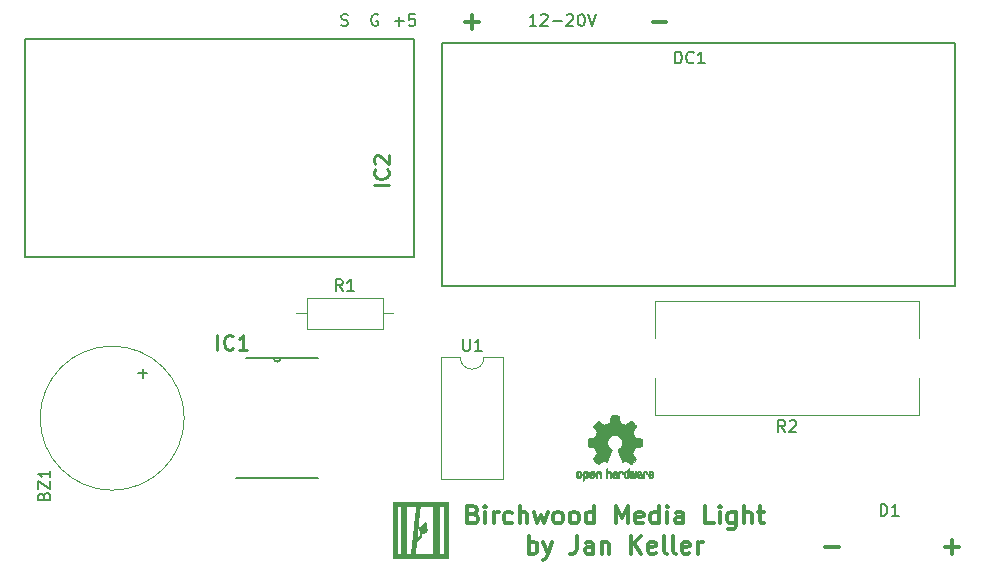
<source format=gbr>
%TF.GenerationSoftware,KiCad,Pcbnew,4.0.7*%
%TF.CreationDate,2017-12-18T22:12:30+01:00*%
%TF.ProjectId,LED,4C45442E6B696361645F706362000000,rev?*%
%TF.FileFunction,Legend,Top*%
%FSLAX46Y46*%
G04 Gerber Fmt 4.6, Leading zero omitted, Abs format (unit mm)*
G04 Created by KiCad (PCBNEW 4.0.7) date Mon Dec 18 22:12:30 2017*
%MOMM*%
%LPD*%
G01*
G04 APERTURE LIST*
%ADD10C,0.100000*%
%ADD11C,0.300000*%
%ADD12C,0.120000*%
%ADD13C,0.150000*%
%ADD14C,0.152400*%
%ADD15C,0.200000*%
%ADD16C,0.010000*%
%ADD17C,0.254000*%
G04 APERTURE END LIST*
D10*
D11*
X148653572Y-69322143D02*
X149796429Y-69322143D01*
X132778572Y-69322143D02*
X133921429Y-69322143D01*
X133350000Y-69893571D02*
X133350000Y-68750714D01*
X163258572Y-113772143D02*
X164401429Y-113772143D01*
X173418572Y-113772143D02*
X174561429Y-113772143D01*
X173990000Y-114343571D02*
X173990000Y-113200714D01*
X133450714Y-111012857D02*
X133665000Y-111084286D01*
X133736428Y-111155714D01*
X133807857Y-111298571D01*
X133807857Y-111512857D01*
X133736428Y-111655714D01*
X133665000Y-111727143D01*
X133522142Y-111798571D01*
X132950714Y-111798571D01*
X132950714Y-110298571D01*
X133450714Y-110298571D01*
X133593571Y-110370000D01*
X133665000Y-110441429D01*
X133736428Y-110584286D01*
X133736428Y-110727143D01*
X133665000Y-110870000D01*
X133593571Y-110941429D01*
X133450714Y-111012857D01*
X132950714Y-111012857D01*
X134450714Y-111798571D02*
X134450714Y-110798571D01*
X134450714Y-110298571D02*
X134379285Y-110370000D01*
X134450714Y-110441429D01*
X134522142Y-110370000D01*
X134450714Y-110298571D01*
X134450714Y-110441429D01*
X135165000Y-111798571D02*
X135165000Y-110798571D01*
X135165000Y-111084286D02*
X135236428Y-110941429D01*
X135307857Y-110870000D01*
X135450714Y-110798571D01*
X135593571Y-110798571D01*
X136736428Y-111727143D02*
X136593571Y-111798571D01*
X136307857Y-111798571D01*
X136164999Y-111727143D01*
X136093571Y-111655714D01*
X136022142Y-111512857D01*
X136022142Y-111084286D01*
X136093571Y-110941429D01*
X136164999Y-110870000D01*
X136307857Y-110798571D01*
X136593571Y-110798571D01*
X136736428Y-110870000D01*
X137379285Y-111798571D02*
X137379285Y-110298571D01*
X138022142Y-111798571D02*
X138022142Y-111012857D01*
X137950713Y-110870000D01*
X137807856Y-110798571D01*
X137593571Y-110798571D01*
X137450713Y-110870000D01*
X137379285Y-110941429D01*
X138593571Y-110798571D02*
X138879285Y-111798571D01*
X139164999Y-111084286D01*
X139450714Y-111798571D01*
X139736428Y-110798571D01*
X140522143Y-111798571D02*
X140379285Y-111727143D01*
X140307857Y-111655714D01*
X140236428Y-111512857D01*
X140236428Y-111084286D01*
X140307857Y-110941429D01*
X140379285Y-110870000D01*
X140522143Y-110798571D01*
X140736428Y-110798571D01*
X140879285Y-110870000D01*
X140950714Y-110941429D01*
X141022143Y-111084286D01*
X141022143Y-111512857D01*
X140950714Y-111655714D01*
X140879285Y-111727143D01*
X140736428Y-111798571D01*
X140522143Y-111798571D01*
X141879286Y-111798571D02*
X141736428Y-111727143D01*
X141665000Y-111655714D01*
X141593571Y-111512857D01*
X141593571Y-111084286D01*
X141665000Y-110941429D01*
X141736428Y-110870000D01*
X141879286Y-110798571D01*
X142093571Y-110798571D01*
X142236428Y-110870000D01*
X142307857Y-110941429D01*
X142379286Y-111084286D01*
X142379286Y-111512857D01*
X142307857Y-111655714D01*
X142236428Y-111727143D01*
X142093571Y-111798571D01*
X141879286Y-111798571D01*
X143665000Y-111798571D02*
X143665000Y-110298571D01*
X143665000Y-111727143D02*
X143522143Y-111798571D01*
X143236429Y-111798571D01*
X143093571Y-111727143D01*
X143022143Y-111655714D01*
X142950714Y-111512857D01*
X142950714Y-111084286D01*
X143022143Y-110941429D01*
X143093571Y-110870000D01*
X143236429Y-110798571D01*
X143522143Y-110798571D01*
X143665000Y-110870000D01*
X145522143Y-111798571D02*
X145522143Y-110298571D01*
X146022143Y-111370000D01*
X146522143Y-110298571D01*
X146522143Y-111798571D01*
X147807857Y-111727143D02*
X147665000Y-111798571D01*
X147379286Y-111798571D01*
X147236429Y-111727143D01*
X147165000Y-111584286D01*
X147165000Y-111012857D01*
X147236429Y-110870000D01*
X147379286Y-110798571D01*
X147665000Y-110798571D01*
X147807857Y-110870000D01*
X147879286Y-111012857D01*
X147879286Y-111155714D01*
X147165000Y-111298571D01*
X149165000Y-111798571D02*
X149165000Y-110298571D01*
X149165000Y-111727143D02*
X149022143Y-111798571D01*
X148736429Y-111798571D01*
X148593571Y-111727143D01*
X148522143Y-111655714D01*
X148450714Y-111512857D01*
X148450714Y-111084286D01*
X148522143Y-110941429D01*
X148593571Y-110870000D01*
X148736429Y-110798571D01*
X149022143Y-110798571D01*
X149165000Y-110870000D01*
X149879286Y-111798571D02*
X149879286Y-110798571D01*
X149879286Y-110298571D02*
X149807857Y-110370000D01*
X149879286Y-110441429D01*
X149950714Y-110370000D01*
X149879286Y-110298571D01*
X149879286Y-110441429D01*
X151236429Y-111798571D02*
X151236429Y-111012857D01*
X151165000Y-110870000D01*
X151022143Y-110798571D01*
X150736429Y-110798571D01*
X150593572Y-110870000D01*
X151236429Y-111727143D02*
X151093572Y-111798571D01*
X150736429Y-111798571D01*
X150593572Y-111727143D01*
X150522143Y-111584286D01*
X150522143Y-111441429D01*
X150593572Y-111298571D01*
X150736429Y-111227143D01*
X151093572Y-111227143D01*
X151236429Y-111155714D01*
X153807858Y-111798571D02*
X153093572Y-111798571D01*
X153093572Y-110298571D01*
X154307858Y-111798571D02*
X154307858Y-110798571D01*
X154307858Y-110298571D02*
X154236429Y-110370000D01*
X154307858Y-110441429D01*
X154379286Y-110370000D01*
X154307858Y-110298571D01*
X154307858Y-110441429D01*
X155665001Y-110798571D02*
X155665001Y-112012857D01*
X155593572Y-112155714D01*
X155522144Y-112227143D01*
X155379287Y-112298571D01*
X155165001Y-112298571D01*
X155022144Y-112227143D01*
X155665001Y-111727143D02*
X155522144Y-111798571D01*
X155236430Y-111798571D01*
X155093572Y-111727143D01*
X155022144Y-111655714D01*
X154950715Y-111512857D01*
X154950715Y-111084286D01*
X155022144Y-110941429D01*
X155093572Y-110870000D01*
X155236430Y-110798571D01*
X155522144Y-110798571D01*
X155665001Y-110870000D01*
X156379287Y-111798571D02*
X156379287Y-110298571D01*
X157022144Y-111798571D02*
X157022144Y-111012857D01*
X156950715Y-110870000D01*
X156807858Y-110798571D01*
X156593573Y-110798571D01*
X156450715Y-110870000D01*
X156379287Y-110941429D01*
X157522144Y-110798571D02*
X158093573Y-110798571D01*
X157736430Y-110298571D02*
X157736430Y-111584286D01*
X157807858Y-111727143D01*
X157950716Y-111798571D01*
X158093573Y-111798571D01*
X138165001Y-114348571D02*
X138165001Y-112848571D01*
X138165001Y-113420000D02*
X138307858Y-113348571D01*
X138593572Y-113348571D01*
X138736429Y-113420000D01*
X138807858Y-113491429D01*
X138879287Y-113634286D01*
X138879287Y-114062857D01*
X138807858Y-114205714D01*
X138736429Y-114277143D01*
X138593572Y-114348571D01*
X138307858Y-114348571D01*
X138165001Y-114277143D01*
X139379287Y-113348571D02*
X139736430Y-114348571D01*
X140093572Y-113348571D02*
X139736430Y-114348571D01*
X139593572Y-114705714D01*
X139522144Y-114777143D01*
X139379287Y-114848571D01*
X142236429Y-112848571D02*
X142236429Y-113920000D01*
X142165001Y-114134286D01*
X142022144Y-114277143D01*
X141807858Y-114348571D01*
X141665001Y-114348571D01*
X143593572Y-114348571D02*
X143593572Y-113562857D01*
X143522143Y-113420000D01*
X143379286Y-113348571D01*
X143093572Y-113348571D01*
X142950715Y-113420000D01*
X143593572Y-114277143D02*
X143450715Y-114348571D01*
X143093572Y-114348571D01*
X142950715Y-114277143D01*
X142879286Y-114134286D01*
X142879286Y-113991429D01*
X142950715Y-113848571D01*
X143093572Y-113777143D01*
X143450715Y-113777143D01*
X143593572Y-113705714D01*
X144307858Y-113348571D02*
X144307858Y-114348571D01*
X144307858Y-113491429D02*
X144379286Y-113420000D01*
X144522144Y-113348571D01*
X144736429Y-113348571D01*
X144879286Y-113420000D01*
X144950715Y-113562857D01*
X144950715Y-114348571D01*
X146807858Y-114348571D02*
X146807858Y-112848571D01*
X147665001Y-114348571D02*
X147022144Y-113491429D01*
X147665001Y-112848571D02*
X146807858Y-113705714D01*
X148879286Y-114277143D02*
X148736429Y-114348571D01*
X148450715Y-114348571D01*
X148307858Y-114277143D01*
X148236429Y-114134286D01*
X148236429Y-113562857D01*
X148307858Y-113420000D01*
X148450715Y-113348571D01*
X148736429Y-113348571D01*
X148879286Y-113420000D01*
X148950715Y-113562857D01*
X148950715Y-113705714D01*
X148236429Y-113848571D01*
X149807858Y-114348571D02*
X149665000Y-114277143D01*
X149593572Y-114134286D01*
X149593572Y-112848571D01*
X150593572Y-114348571D02*
X150450714Y-114277143D01*
X150379286Y-114134286D01*
X150379286Y-112848571D01*
X151736428Y-114277143D02*
X151593571Y-114348571D01*
X151307857Y-114348571D01*
X151165000Y-114277143D01*
X151093571Y-114134286D01*
X151093571Y-113562857D01*
X151165000Y-113420000D01*
X151307857Y-113348571D01*
X151593571Y-113348571D01*
X151736428Y-113420000D01*
X151807857Y-113562857D01*
X151807857Y-113705714D01*
X151093571Y-113848571D01*
X152450714Y-114348571D02*
X152450714Y-113348571D01*
X152450714Y-113634286D02*
X152522142Y-113491429D01*
X152593571Y-113420000D01*
X152736428Y-113348571D01*
X152879285Y-113348571D01*
D12*
X171180000Y-99470000D02*
X171180000Y-102600000D01*
X171180000Y-102600000D02*
X148860000Y-102600000D01*
X148860000Y-102600000D02*
X148860000Y-99470000D01*
X171180000Y-96110000D02*
X171180000Y-92980000D01*
X171180000Y-92980000D02*
X148860000Y-92980000D01*
X148860000Y-92980000D02*
X148860000Y-96110000D01*
X108970000Y-102880000D02*
G75*
G03X108970000Y-102880000I-6100000J0D01*
G01*
D13*
X174240000Y-91720000D02*
X130810000Y-91720000D01*
X174240000Y-91720000D02*
X174240000Y-71120000D01*
X130810000Y-71120000D02*
X130810000Y-91720000D01*
X174240000Y-71120000D02*
X130810000Y-71120000D01*
D14*
X113360200Y-107950000D02*
X120319800Y-107950000D01*
X120319800Y-97790000D02*
X117144800Y-97790000D01*
X117144800Y-97790000D02*
X116535200Y-97790000D01*
X116535200Y-97790000D02*
X114173000Y-97790000D01*
X116535200Y-97790000D02*
G75*
G03X117144800Y-97790000I304800J0D01*
G01*
D12*
X119345000Y-92670000D02*
X119345000Y-95290000D01*
X119345000Y-95290000D02*
X125765000Y-95290000D01*
X125765000Y-95290000D02*
X125765000Y-92670000D01*
X125765000Y-92670000D02*
X119345000Y-92670000D01*
X118455000Y-93980000D02*
X119345000Y-93980000D01*
X126655000Y-93980000D02*
X125765000Y-93980000D01*
X134350000Y-97730000D02*
G75*
G02X132350000Y-97730000I-1000000J0D01*
G01*
X132350000Y-97730000D02*
X130700000Y-97730000D01*
X130700000Y-97730000D02*
X130700000Y-108010000D01*
X130700000Y-108010000D02*
X136000000Y-108010000D01*
X136000000Y-108010000D02*
X136000000Y-97730000D01*
X136000000Y-97730000D02*
X134350000Y-97730000D01*
D13*
X95460000Y-70765000D02*
X128460000Y-70765000D01*
D15*
X95460000Y-70765000D02*
X95460000Y-89265000D01*
X128460000Y-89265000D02*
X128460000Y-70765000D01*
D13*
X95460000Y-89265000D02*
X128460000Y-89265000D01*
D16*
G36*
X143014744Y-107329918D02*
X143070201Y-107357568D01*
X143119148Y-107408480D01*
X143132629Y-107427338D01*
X143147314Y-107452015D01*
X143156842Y-107478816D01*
X143162293Y-107514587D01*
X143164747Y-107566169D01*
X143165286Y-107634267D01*
X143162852Y-107727588D01*
X143154394Y-107797657D01*
X143138174Y-107849931D01*
X143112454Y-107889869D01*
X143075497Y-107922929D01*
X143072782Y-107924886D01*
X143036360Y-107944908D01*
X142992502Y-107954815D01*
X142936724Y-107957257D01*
X142846048Y-107957257D01*
X142846010Y-108045283D01*
X142845166Y-108094308D01*
X142840024Y-108123065D01*
X142826587Y-108140311D01*
X142800858Y-108154808D01*
X142794679Y-108157769D01*
X142765764Y-108171648D01*
X142743376Y-108180414D01*
X142726729Y-108181171D01*
X142715036Y-108171023D01*
X142707510Y-108147073D01*
X142703366Y-108106426D01*
X142701815Y-108046186D01*
X142702071Y-107963455D01*
X142703349Y-107855339D01*
X142703748Y-107823000D01*
X142705185Y-107711524D01*
X142706472Y-107638603D01*
X142845971Y-107638603D01*
X142846755Y-107700499D01*
X142850240Y-107740997D01*
X142858124Y-107767708D01*
X142872105Y-107788244D01*
X142881597Y-107798260D01*
X142920404Y-107827567D01*
X142954763Y-107829952D01*
X142990216Y-107805750D01*
X142991114Y-107804857D01*
X143005539Y-107786153D01*
X143014313Y-107760732D01*
X143018739Y-107721584D01*
X143020118Y-107661697D01*
X143020143Y-107648430D01*
X143016812Y-107565901D01*
X143005969Y-107508691D01*
X142986340Y-107473766D01*
X142956650Y-107458094D01*
X142939491Y-107456514D01*
X142898766Y-107463926D01*
X142870832Y-107488330D01*
X142854017Y-107532980D01*
X142846650Y-107601130D01*
X142845971Y-107638603D01*
X142706472Y-107638603D01*
X142706708Y-107625245D01*
X142708677Y-107560333D01*
X142711450Y-107512958D01*
X142715388Y-107479290D01*
X142720849Y-107455498D01*
X142728192Y-107437753D01*
X142737777Y-107422224D01*
X142741887Y-107416381D01*
X142796405Y-107361185D01*
X142865336Y-107329890D01*
X142945072Y-107321165D01*
X143014744Y-107329918D01*
X143014744Y-107329918D01*
G37*
X143014744Y-107329918D02*
X143070201Y-107357568D01*
X143119148Y-107408480D01*
X143132629Y-107427338D01*
X143147314Y-107452015D01*
X143156842Y-107478816D01*
X143162293Y-107514587D01*
X143164747Y-107566169D01*
X143165286Y-107634267D01*
X143162852Y-107727588D01*
X143154394Y-107797657D01*
X143138174Y-107849931D01*
X143112454Y-107889869D01*
X143075497Y-107922929D01*
X143072782Y-107924886D01*
X143036360Y-107944908D01*
X142992502Y-107954815D01*
X142936724Y-107957257D01*
X142846048Y-107957257D01*
X142846010Y-108045283D01*
X142845166Y-108094308D01*
X142840024Y-108123065D01*
X142826587Y-108140311D01*
X142800858Y-108154808D01*
X142794679Y-108157769D01*
X142765764Y-108171648D01*
X142743376Y-108180414D01*
X142726729Y-108181171D01*
X142715036Y-108171023D01*
X142707510Y-108147073D01*
X142703366Y-108106426D01*
X142701815Y-108046186D01*
X142702071Y-107963455D01*
X142703349Y-107855339D01*
X142703748Y-107823000D01*
X142705185Y-107711524D01*
X142706472Y-107638603D01*
X142845971Y-107638603D01*
X142846755Y-107700499D01*
X142850240Y-107740997D01*
X142858124Y-107767708D01*
X142872105Y-107788244D01*
X142881597Y-107798260D01*
X142920404Y-107827567D01*
X142954763Y-107829952D01*
X142990216Y-107805750D01*
X142991114Y-107804857D01*
X143005539Y-107786153D01*
X143014313Y-107760732D01*
X143018739Y-107721584D01*
X143020118Y-107661697D01*
X143020143Y-107648430D01*
X143016812Y-107565901D01*
X143005969Y-107508691D01*
X142986340Y-107473766D01*
X142956650Y-107458094D01*
X142939491Y-107456514D01*
X142898766Y-107463926D01*
X142870832Y-107488330D01*
X142854017Y-107532980D01*
X142846650Y-107601130D01*
X142845971Y-107638603D01*
X142706472Y-107638603D01*
X142706708Y-107625245D01*
X142708677Y-107560333D01*
X142711450Y-107512958D01*
X142715388Y-107479290D01*
X142720849Y-107455498D01*
X142728192Y-107437753D01*
X142737777Y-107422224D01*
X142741887Y-107416381D01*
X142796405Y-107361185D01*
X142865336Y-107329890D01*
X142945072Y-107321165D01*
X143014744Y-107329918D01*
G36*
X144131093Y-107337780D02*
X144177672Y-107364723D01*
X144210057Y-107391466D01*
X144233742Y-107419484D01*
X144250059Y-107453748D01*
X144260339Y-107499227D01*
X144265914Y-107560892D01*
X144268116Y-107643711D01*
X144268371Y-107703246D01*
X144268371Y-107922391D01*
X144206686Y-107950044D01*
X144145000Y-107977697D01*
X144137743Y-107737670D01*
X144134744Y-107648028D01*
X144131598Y-107582962D01*
X144127701Y-107538026D01*
X144122447Y-107508770D01*
X144115231Y-107490748D01*
X144105450Y-107479511D01*
X144102312Y-107477079D01*
X144054761Y-107458083D01*
X144006697Y-107465600D01*
X143978086Y-107485543D01*
X143966447Y-107499675D01*
X143958391Y-107518220D01*
X143953271Y-107546334D01*
X143950441Y-107589173D01*
X143949256Y-107651895D01*
X143949057Y-107717261D01*
X143949018Y-107799268D01*
X143947614Y-107857316D01*
X143942914Y-107896465D01*
X143932987Y-107921780D01*
X143915903Y-107938323D01*
X143889732Y-107951156D01*
X143854775Y-107964491D01*
X143816596Y-107979007D01*
X143821141Y-107721389D01*
X143822971Y-107628519D01*
X143825112Y-107559889D01*
X143828181Y-107510711D01*
X143832794Y-107476198D01*
X143839568Y-107451562D01*
X143849119Y-107432016D01*
X143860634Y-107414770D01*
X143916190Y-107359680D01*
X143983980Y-107327822D01*
X144057713Y-107320191D01*
X144131093Y-107337780D01*
X144131093Y-107337780D01*
G37*
X144131093Y-107337780D02*
X144177672Y-107364723D01*
X144210057Y-107391466D01*
X144233742Y-107419484D01*
X144250059Y-107453748D01*
X144260339Y-107499227D01*
X144265914Y-107560892D01*
X144268116Y-107643711D01*
X144268371Y-107703246D01*
X144268371Y-107922391D01*
X144206686Y-107950044D01*
X144145000Y-107977697D01*
X144137743Y-107737670D01*
X144134744Y-107648028D01*
X144131598Y-107582962D01*
X144127701Y-107538026D01*
X144122447Y-107508770D01*
X144115231Y-107490748D01*
X144105450Y-107479511D01*
X144102312Y-107477079D01*
X144054761Y-107458083D01*
X144006697Y-107465600D01*
X143978086Y-107485543D01*
X143966447Y-107499675D01*
X143958391Y-107518220D01*
X143953271Y-107546334D01*
X143950441Y-107589173D01*
X143949256Y-107651895D01*
X143949057Y-107717261D01*
X143949018Y-107799268D01*
X143947614Y-107857316D01*
X143942914Y-107896465D01*
X143932987Y-107921780D01*
X143915903Y-107938323D01*
X143889732Y-107951156D01*
X143854775Y-107964491D01*
X143816596Y-107979007D01*
X143821141Y-107721389D01*
X143822971Y-107628519D01*
X143825112Y-107559889D01*
X143828181Y-107510711D01*
X143832794Y-107476198D01*
X143839568Y-107451562D01*
X143849119Y-107432016D01*
X143860634Y-107414770D01*
X143916190Y-107359680D01*
X143983980Y-107327822D01*
X144057713Y-107320191D01*
X144131093Y-107337780D01*
G36*
X142456115Y-107331962D02*
X142524145Y-107367733D01*
X142574351Y-107425301D01*
X142592185Y-107462312D01*
X142606063Y-107517882D01*
X142613167Y-107588096D01*
X142613840Y-107664727D01*
X142608427Y-107739552D01*
X142597270Y-107804342D01*
X142580714Y-107850873D01*
X142575626Y-107858887D01*
X142515355Y-107918707D01*
X142443769Y-107954535D01*
X142366092Y-107965020D01*
X142287548Y-107948810D01*
X142265689Y-107939092D01*
X142223122Y-107909143D01*
X142185763Y-107869433D01*
X142182232Y-107864397D01*
X142167881Y-107840124D01*
X142158394Y-107814178D01*
X142152790Y-107780022D01*
X142150086Y-107731119D01*
X142149299Y-107660935D01*
X142149286Y-107645200D01*
X142149322Y-107640192D01*
X142294429Y-107640192D01*
X142295273Y-107706430D01*
X142298596Y-107750386D01*
X142305583Y-107778779D01*
X142317416Y-107798325D01*
X142323457Y-107804857D01*
X142358186Y-107829680D01*
X142391903Y-107828548D01*
X142425995Y-107807016D01*
X142446329Y-107784029D01*
X142458371Y-107750478D01*
X142465134Y-107697569D01*
X142465598Y-107691399D01*
X142466752Y-107595513D01*
X142454688Y-107524299D01*
X142429570Y-107478194D01*
X142391560Y-107457635D01*
X142377992Y-107456514D01*
X142342364Y-107462152D01*
X142317994Y-107481686D01*
X142303093Y-107519042D01*
X142295875Y-107578150D01*
X142294429Y-107640192D01*
X142149322Y-107640192D01*
X142149826Y-107570413D01*
X142152096Y-107518159D01*
X142157068Y-107481949D01*
X142165713Y-107455299D01*
X142179005Y-107431722D01*
X142181943Y-107427338D01*
X142231313Y-107368249D01*
X142285109Y-107333947D01*
X142350602Y-107320331D01*
X142372842Y-107319665D01*
X142456115Y-107331962D01*
X142456115Y-107331962D01*
G37*
X142456115Y-107331962D02*
X142524145Y-107367733D01*
X142574351Y-107425301D01*
X142592185Y-107462312D01*
X142606063Y-107517882D01*
X142613167Y-107588096D01*
X142613840Y-107664727D01*
X142608427Y-107739552D01*
X142597270Y-107804342D01*
X142580714Y-107850873D01*
X142575626Y-107858887D01*
X142515355Y-107918707D01*
X142443769Y-107954535D01*
X142366092Y-107965020D01*
X142287548Y-107948810D01*
X142265689Y-107939092D01*
X142223122Y-107909143D01*
X142185763Y-107869433D01*
X142182232Y-107864397D01*
X142167881Y-107840124D01*
X142158394Y-107814178D01*
X142152790Y-107780022D01*
X142150086Y-107731119D01*
X142149299Y-107660935D01*
X142149286Y-107645200D01*
X142149322Y-107640192D01*
X142294429Y-107640192D01*
X142295273Y-107706430D01*
X142298596Y-107750386D01*
X142305583Y-107778779D01*
X142317416Y-107798325D01*
X142323457Y-107804857D01*
X142358186Y-107829680D01*
X142391903Y-107828548D01*
X142425995Y-107807016D01*
X142446329Y-107784029D01*
X142458371Y-107750478D01*
X142465134Y-107697569D01*
X142465598Y-107691399D01*
X142466752Y-107595513D01*
X142454688Y-107524299D01*
X142429570Y-107478194D01*
X142391560Y-107457635D01*
X142377992Y-107456514D01*
X142342364Y-107462152D01*
X142317994Y-107481686D01*
X142303093Y-107519042D01*
X142295875Y-107578150D01*
X142294429Y-107640192D01*
X142149322Y-107640192D01*
X142149826Y-107570413D01*
X142152096Y-107518159D01*
X142157068Y-107481949D01*
X142165713Y-107455299D01*
X142179005Y-107431722D01*
X142181943Y-107427338D01*
X142231313Y-107368249D01*
X142285109Y-107333947D01*
X142350602Y-107320331D01*
X142372842Y-107319665D01*
X142456115Y-107331962D01*
G36*
X143583303Y-107341239D02*
X143640527Y-107379735D01*
X143684749Y-107435335D01*
X143711167Y-107506086D01*
X143716510Y-107558162D01*
X143715903Y-107579893D01*
X143710822Y-107596531D01*
X143696855Y-107611437D01*
X143669589Y-107627973D01*
X143624612Y-107649498D01*
X143557511Y-107679374D01*
X143557171Y-107679524D01*
X143495407Y-107707813D01*
X143444759Y-107732933D01*
X143410404Y-107752179D01*
X143397518Y-107762848D01*
X143397514Y-107762934D01*
X143408872Y-107786166D01*
X143435431Y-107811774D01*
X143465923Y-107830221D01*
X143481370Y-107833886D01*
X143523515Y-107821212D01*
X143559808Y-107789471D01*
X143577517Y-107754572D01*
X143594552Y-107728845D01*
X143627922Y-107699546D01*
X143667149Y-107674235D01*
X143701756Y-107660471D01*
X143708993Y-107659714D01*
X143717139Y-107672160D01*
X143717630Y-107703972D01*
X143711643Y-107746866D01*
X143700357Y-107792558D01*
X143684950Y-107832761D01*
X143684171Y-107834322D01*
X143637804Y-107899062D01*
X143577711Y-107943097D01*
X143509465Y-107964711D01*
X143438638Y-107962185D01*
X143370804Y-107933804D01*
X143367788Y-107931808D01*
X143314427Y-107883448D01*
X143279340Y-107820352D01*
X143259922Y-107737387D01*
X143257316Y-107714078D01*
X143252701Y-107604055D01*
X143258233Y-107552748D01*
X143397514Y-107552748D01*
X143399324Y-107584753D01*
X143409222Y-107594093D01*
X143433898Y-107587105D01*
X143472795Y-107570587D01*
X143516275Y-107549881D01*
X143517356Y-107549333D01*
X143554209Y-107529949D01*
X143569000Y-107517013D01*
X143565353Y-107503451D01*
X143549995Y-107485632D01*
X143510923Y-107459845D01*
X143468846Y-107457950D01*
X143431103Y-107476717D01*
X143405034Y-107512915D01*
X143397514Y-107552748D01*
X143258233Y-107552748D01*
X143262194Y-107516027D01*
X143286550Y-107446212D01*
X143320456Y-107397302D01*
X143381653Y-107347878D01*
X143449063Y-107323359D01*
X143517880Y-107321797D01*
X143583303Y-107341239D01*
X143583303Y-107341239D01*
G37*
X143583303Y-107341239D02*
X143640527Y-107379735D01*
X143684749Y-107435335D01*
X143711167Y-107506086D01*
X143716510Y-107558162D01*
X143715903Y-107579893D01*
X143710822Y-107596531D01*
X143696855Y-107611437D01*
X143669589Y-107627973D01*
X143624612Y-107649498D01*
X143557511Y-107679374D01*
X143557171Y-107679524D01*
X143495407Y-107707813D01*
X143444759Y-107732933D01*
X143410404Y-107752179D01*
X143397518Y-107762848D01*
X143397514Y-107762934D01*
X143408872Y-107786166D01*
X143435431Y-107811774D01*
X143465923Y-107830221D01*
X143481370Y-107833886D01*
X143523515Y-107821212D01*
X143559808Y-107789471D01*
X143577517Y-107754572D01*
X143594552Y-107728845D01*
X143627922Y-107699546D01*
X143667149Y-107674235D01*
X143701756Y-107660471D01*
X143708993Y-107659714D01*
X143717139Y-107672160D01*
X143717630Y-107703972D01*
X143711643Y-107746866D01*
X143700357Y-107792558D01*
X143684950Y-107832761D01*
X143684171Y-107834322D01*
X143637804Y-107899062D01*
X143577711Y-107943097D01*
X143509465Y-107964711D01*
X143438638Y-107962185D01*
X143370804Y-107933804D01*
X143367788Y-107931808D01*
X143314427Y-107883448D01*
X143279340Y-107820352D01*
X143259922Y-107737387D01*
X143257316Y-107714078D01*
X143252701Y-107604055D01*
X143258233Y-107552748D01*
X143397514Y-107552748D01*
X143399324Y-107584753D01*
X143409222Y-107594093D01*
X143433898Y-107587105D01*
X143472795Y-107570587D01*
X143516275Y-107549881D01*
X143517356Y-107549333D01*
X143554209Y-107529949D01*
X143569000Y-107517013D01*
X143565353Y-107503451D01*
X143549995Y-107485632D01*
X143510923Y-107459845D01*
X143468846Y-107457950D01*
X143431103Y-107476717D01*
X143405034Y-107512915D01*
X143397514Y-107552748D01*
X143258233Y-107552748D01*
X143262194Y-107516027D01*
X143286550Y-107446212D01*
X143320456Y-107397302D01*
X143381653Y-107347878D01*
X143449063Y-107323359D01*
X143517880Y-107321797D01*
X143583303Y-107341239D01*
G36*
X144790886Y-107261289D02*
X144795139Y-107320613D01*
X144800025Y-107355572D01*
X144806795Y-107370820D01*
X144816702Y-107371015D01*
X144819914Y-107369195D01*
X144862644Y-107356015D01*
X144918227Y-107356785D01*
X144974737Y-107370333D01*
X145010082Y-107387861D01*
X145046321Y-107415861D01*
X145072813Y-107447549D01*
X145090999Y-107487813D01*
X145102322Y-107541543D01*
X145108222Y-107613626D01*
X145110143Y-107708951D01*
X145110177Y-107727237D01*
X145110200Y-107932646D01*
X145064491Y-107948580D01*
X145032027Y-107959420D01*
X145014215Y-107964468D01*
X145013691Y-107964514D01*
X145011937Y-107950828D01*
X145010444Y-107913076D01*
X145009326Y-107856224D01*
X145008697Y-107785234D01*
X145008600Y-107742073D01*
X145008398Y-107656973D01*
X145007358Y-107595981D01*
X145004831Y-107554177D01*
X145000164Y-107526642D01*
X144992707Y-107508456D01*
X144981811Y-107494698D01*
X144975007Y-107488073D01*
X144928272Y-107461375D01*
X144877272Y-107459375D01*
X144831001Y-107481955D01*
X144822444Y-107490107D01*
X144809893Y-107505436D01*
X144801188Y-107523618D01*
X144795631Y-107549909D01*
X144792526Y-107589562D01*
X144791176Y-107647832D01*
X144790886Y-107728173D01*
X144790886Y-107932646D01*
X144745177Y-107948580D01*
X144712713Y-107959420D01*
X144694901Y-107964468D01*
X144694377Y-107964514D01*
X144693037Y-107950623D01*
X144691828Y-107911439D01*
X144690801Y-107850700D01*
X144690002Y-107772141D01*
X144689481Y-107679498D01*
X144689286Y-107576509D01*
X144689286Y-107179342D01*
X144736457Y-107159444D01*
X144783629Y-107139547D01*
X144790886Y-107261289D01*
X144790886Y-107261289D01*
G37*
X144790886Y-107261289D02*
X144795139Y-107320613D01*
X144800025Y-107355572D01*
X144806795Y-107370820D01*
X144816702Y-107371015D01*
X144819914Y-107369195D01*
X144862644Y-107356015D01*
X144918227Y-107356785D01*
X144974737Y-107370333D01*
X145010082Y-107387861D01*
X145046321Y-107415861D01*
X145072813Y-107447549D01*
X145090999Y-107487813D01*
X145102322Y-107541543D01*
X145108222Y-107613626D01*
X145110143Y-107708951D01*
X145110177Y-107727237D01*
X145110200Y-107932646D01*
X145064491Y-107948580D01*
X145032027Y-107959420D01*
X145014215Y-107964468D01*
X145013691Y-107964514D01*
X145011937Y-107950828D01*
X145010444Y-107913076D01*
X145009326Y-107856224D01*
X145008697Y-107785234D01*
X145008600Y-107742073D01*
X145008398Y-107656973D01*
X145007358Y-107595981D01*
X145004831Y-107554177D01*
X145000164Y-107526642D01*
X144992707Y-107508456D01*
X144981811Y-107494698D01*
X144975007Y-107488073D01*
X144928272Y-107461375D01*
X144877272Y-107459375D01*
X144831001Y-107481955D01*
X144822444Y-107490107D01*
X144809893Y-107505436D01*
X144801188Y-107523618D01*
X144795631Y-107549909D01*
X144792526Y-107589562D01*
X144791176Y-107647832D01*
X144790886Y-107728173D01*
X144790886Y-107932646D01*
X144745177Y-107948580D01*
X144712713Y-107959420D01*
X144694901Y-107964468D01*
X144694377Y-107964514D01*
X144693037Y-107950623D01*
X144691828Y-107911439D01*
X144690801Y-107850700D01*
X144690002Y-107772141D01*
X144689481Y-107679498D01*
X144689286Y-107576509D01*
X144689286Y-107179342D01*
X144736457Y-107159444D01*
X144783629Y-107139547D01*
X144790886Y-107261289D01*
G36*
X145454744Y-107360968D02*
X145511616Y-107382087D01*
X145512267Y-107382493D01*
X145547440Y-107408380D01*
X145573407Y-107438633D01*
X145591670Y-107478058D01*
X145603732Y-107531462D01*
X145611096Y-107603651D01*
X145615264Y-107699432D01*
X145615629Y-107713078D01*
X145620876Y-107918842D01*
X145576716Y-107941678D01*
X145544763Y-107957110D01*
X145525470Y-107964423D01*
X145524578Y-107964514D01*
X145521239Y-107951022D01*
X145518587Y-107914626D01*
X145516956Y-107861452D01*
X145516600Y-107818393D01*
X145516592Y-107748641D01*
X145513403Y-107704837D01*
X145502288Y-107683944D01*
X145478501Y-107682925D01*
X145437296Y-107698741D01*
X145375086Y-107727815D01*
X145329341Y-107751963D01*
X145305813Y-107772913D01*
X145298896Y-107795747D01*
X145298886Y-107796877D01*
X145310299Y-107836212D01*
X145344092Y-107857462D01*
X145395809Y-107860539D01*
X145433061Y-107860006D01*
X145452703Y-107870735D01*
X145464952Y-107896505D01*
X145472002Y-107929337D01*
X145461842Y-107947966D01*
X145458017Y-107950632D01*
X145422001Y-107961340D01*
X145371566Y-107962856D01*
X145319626Y-107955759D01*
X145282822Y-107942788D01*
X145231938Y-107899585D01*
X145203014Y-107839446D01*
X145197286Y-107792462D01*
X145201657Y-107750082D01*
X145217475Y-107715488D01*
X145248797Y-107684763D01*
X145299678Y-107653990D01*
X145374176Y-107619252D01*
X145378714Y-107617288D01*
X145445821Y-107586287D01*
X145487232Y-107560862D01*
X145504981Y-107538014D01*
X145501107Y-107514745D01*
X145477643Y-107488056D01*
X145470627Y-107481914D01*
X145423630Y-107458100D01*
X145374933Y-107459103D01*
X145332522Y-107482451D01*
X145304384Y-107525675D01*
X145301769Y-107534160D01*
X145276308Y-107575308D01*
X145244001Y-107595128D01*
X145197286Y-107614770D01*
X145197286Y-107563950D01*
X145211496Y-107490082D01*
X145253675Y-107422327D01*
X145275624Y-107399661D01*
X145325517Y-107370569D01*
X145388967Y-107357400D01*
X145454744Y-107360968D01*
X145454744Y-107360968D01*
G37*
X145454744Y-107360968D02*
X145511616Y-107382087D01*
X145512267Y-107382493D01*
X145547440Y-107408380D01*
X145573407Y-107438633D01*
X145591670Y-107478058D01*
X145603732Y-107531462D01*
X145611096Y-107603651D01*
X145615264Y-107699432D01*
X145615629Y-107713078D01*
X145620876Y-107918842D01*
X145576716Y-107941678D01*
X145544763Y-107957110D01*
X145525470Y-107964423D01*
X145524578Y-107964514D01*
X145521239Y-107951022D01*
X145518587Y-107914626D01*
X145516956Y-107861452D01*
X145516600Y-107818393D01*
X145516592Y-107748641D01*
X145513403Y-107704837D01*
X145502288Y-107683944D01*
X145478501Y-107682925D01*
X145437296Y-107698741D01*
X145375086Y-107727815D01*
X145329341Y-107751963D01*
X145305813Y-107772913D01*
X145298896Y-107795747D01*
X145298886Y-107796877D01*
X145310299Y-107836212D01*
X145344092Y-107857462D01*
X145395809Y-107860539D01*
X145433061Y-107860006D01*
X145452703Y-107870735D01*
X145464952Y-107896505D01*
X145472002Y-107929337D01*
X145461842Y-107947966D01*
X145458017Y-107950632D01*
X145422001Y-107961340D01*
X145371566Y-107962856D01*
X145319626Y-107955759D01*
X145282822Y-107942788D01*
X145231938Y-107899585D01*
X145203014Y-107839446D01*
X145197286Y-107792462D01*
X145201657Y-107750082D01*
X145217475Y-107715488D01*
X145248797Y-107684763D01*
X145299678Y-107653990D01*
X145374176Y-107619252D01*
X145378714Y-107617288D01*
X145445821Y-107586287D01*
X145487232Y-107560862D01*
X145504981Y-107538014D01*
X145501107Y-107514745D01*
X145477643Y-107488056D01*
X145470627Y-107481914D01*
X145423630Y-107458100D01*
X145374933Y-107459103D01*
X145332522Y-107482451D01*
X145304384Y-107525675D01*
X145301769Y-107534160D01*
X145276308Y-107575308D01*
X145244001Y-107595128D01*
X145197286Y-107614770D01*
X145197286Y-107563950D01*
X145211496Y-107490082D01*
X145253675Y-107422327D01*
X145275624Y-107399661D01*
X145325517Y-107370569D01*
X145388967Y-107357400D01*
X145454744Y-107360968D01*
G36*
X145944926Y-107359755D02*
X146010858Y-107384084D01*
X146064273Y-107427117D01*
X146085164Y-107457409D01*
X146107939Y-107512994D01*
X146107466Y-107553186D01*
X146083562Y-107580217D01*
X146074717Y-107584813D01*
X146036530Y-107599144D01*
X146017028Y-107595472D01*
X146010422Y-107571407D01*
X146010086Y-107558114D01*
X145997992Y-107509210D01*
X145966471Y-107474999D01*
X145922659Y-107458476D01*
X145873695Y-107462634D01*
X145833894Y-107484227D01*
X145820450Y-107496544D01*
X145810921Y-107511487D01*
X145804485Y-107534075D01*
X145800317Y-107569328D01*
X145797597Y-107622266D01*
X145795502Y-107697907D01*
X145794960Y-107721857D01*
X145792981Y-107803790D01*
X145790731Y-107861455D01*
X145787357Y-107899608D01*
X145782006Y-107923004D01*
X145773824Y-107936398D01*
X145761959Y-107944545D01*
X145754362Y-107948144D01*
X145722102Y-107960452D01*
X145703111Y-107964514D01*
X145696836Y-107950948D01*
X145693006Y-107909934D01*
X145691600Y-107840999D01*
X145692598Y-107743669D01*
X145692908Y-107728657D01*
X145695101Y-107639859D01*
X145697693Y-107575019D01*
X145701382Y-107529067D01*
X145706864Y-107496935D01*
X145714835Y-107473553D01*
X145725993Y-107453852D01*
X145731830Y-107445410D01*
X145765296Y-107408057D01*
X145802727Y-107379003D01*
X145807309Y-107376467D01*
X145874426Y-107356443D01*
X145944926Y-107359755D01*
X145944926Y-107359755D01*
G37*
X145944926Y-107359755D02*
X146010858Y-107384084D01*
X146064273Y-107427117D01*
X146085164Y-107457409D01*
X146107939Y-107512994D01*
X146107466Y-107553186D01*
X146083562Y-107580217D01*
X146074717Y-107584813D01*
X146036530Y-107599144D01*
X146017028Y-107595472D01*
X146010422Y-107571407D01*
X146010086Y-107558114D01*
X145997992Y-107509210D01*
X145966471Y-107474999D01*
X145922659Y-107458476D01*
X145873695Y-107462634D01*
X145833894Y-107484227D01*
X145820450Y-107496544D01*
X145810921Y-107511487D01*
X145804485Y-107534075D01*
X145800317Y-107569328D01*
X145797597Y-107622266D01*
X145795502Y-107697907D01*
X145794960Y-107721857D01*
X145792981Y-107803790D01*
X145790731Y-107861455D01*
X145787357Y-107899608D01*
X145782006Y-107923004D01*
X145773824Y-107936398D01*
X145761959Y-107944545D01*
X145754362Y-107948144D01*
X145722102Y-107960452D01*
X145703111Y-107964514D01*
X145696836Y-107950948D01*
X145693006Y-107909934D01*
X145691600Y-107840999D01*
X145692598Y-107743669D01*
X145692908Y-107728657D01*
X145695101Y-107639859D01*
X145697693Y-107575019D01*
X145701382Y-107529067D01*
X145706864Y-107496935D01*
X145714835Y-107473553D01*
X145725993Y-107453852D01*
X145731830Y-107445410D01*
X145765296Y-107408057D01*
X145802727Y-107379003D01*
X145807309Y-107376467D01*
X145874426Y-107356443D01*
X145944926Y-107359755D01*
G36*
X146605117Y-107475358D02*
X146604933Y-107583837D01*
X146604219Y-107667287D01*
X146602675Y-107729704D01*
X146600001Y-107775085D01*
X146595894Y-107807429D01*
X146590055Y-107830733D01*
X146582182Y-107848995D01*
X146576221Y-107859418D01*
X146526855Y-107915945D01*
X146464264Y-107951377D01*
X146395013Y-107964090D01*
X146325668Y-107952463D01*
X146284375Y-107931568D01*
X146241025Y-107895422D01*
X146211481Y-107851276D01*
X146193655Y-107793462D01*
X146185463Y-107716313D01*
X146184302Y-107659714D01*
X146184458Y-107655647D01*
X146285857Y-107655647D01*
X146286476Y-107720550D01*
X146289314Y-107763514D01*
X146295840Y-107791622D01*
X146307523Y-107811953D01*
X146321483Y-107827288D01*
X146368365Y-107856890D01*
X146418701Y-107859419D01*
X146466276Y-107834705D01*
X146469979Y-107831356D01*
X146485783Y-107813935D01*
X146495693Y-107793209D01*
X146501058Y-107762362D01*
X146503228Y-107714577D01*
X146503571Y-107661748D01*
X146502827Y-107595381D01*
X146499748Y-107551106D01*
X146493061Y-107522009D01*
X146481496Y-107501173D01*
X146472013Y-107490107D01*
X146427960Y-107462198D01*
X146377224Y-107458843D01*
X146328796Y-107480159D01*
X146319450Y-107488073D01*
X146303540Y-107505647D01*
X146293610Y-107526587D01*
X146288278Y-107557782D01*
X146286163Y-107606122D01*
X146285857Y-107655647D01*
X146184458Y-107655647D01*
X146187810Y-107568568D01*
X146199726Y-107500086D01*
X146222135Y-107448600D01*
X146257124Y-107408443D01*
X146284375Y-107387861D01*
X146333907Y-107365625D01*
X146391316Y-107355304D01*
X146444682Y-107358067D01*
X146474543Y-107369212D01*
X146486261Y-107372383D01*
X146494037Y-107360557D01*
X146499465Y-107328866D01*
X146503571Y-107280593D01*
X146508067Y-107226829D01*
X146514313Y-107194482D01*
X146525676Y-107175985D01*
X146545528Y-107163770D01*
X146558000Y-107158362D01*
X146605171Y-107138601D01*
X146605117Y-107475358D01*
X146605117Y-107475358D01*
G37*
X146605117Y-107475358D02*
X146604933Y-107583837D01*
X146604219Y-107667287D01*
X146602675Y-107729704D01*
X146600001Y-107775085D01*
X146595894Y-107807429D01*
X146590055Y-107830733D01*
X146582182Y-107848995D01*
X146576221Y-107859418D01*
X146526855Y-107915945D01*
X146464264Y-107951377D01*
X146395013Y-107964090D01*
X146325668Y-107952463D01*
X146284375Y-107931568D01*
X146241025Y-107895422D01*
X146211481Y-107851276D01*
X146193655Y-107793462D01*
X146185463Y-107716313D01*
X146184302Y-107659714D01*
X146184458Y-107655647D01*
X146285857Y-107655647D01*
X146286476Y-107720550D01*
X146289314Y-107763514D01*
X146295840Y-107791622D01*
X146307523Y-107811953D01*
X146321483Y-107827288D01*
X146368365Y-107856890D01*
X146418701Y-107859419D01*
X146466276Y-107834705D01*
X146469979Y-107831356D01*
X146485783Y-107813935D01*
X146495693Y-107793209D01*
X146501058Y-107762362D01*
X146503228Y-107714577D01*
X146503571Y-107661748D01*
X146502827Y-107595381D01*
X146499748Y-107551106D01*
X146493061Y-107522009D01*
X146481496Y-107501173D01*
X146472013Y-107490107D01*
X146427960Y-107462198D01*
X146377224Y-107458843D01*
X146328796Y-107480159D01*
X146319450Y-107488073D01*
X146303540Y-107505647D01*
X146293610Y-107526587D01*
X146288278Y-107557782D01*
X146286163Y-107606122D01*
X146285857Y-107655647D01*
X146184458Y-107655647D01*
X146187810Y-107568568D01*
X146199726Y-107500086D01*
X146222135Y-107448600D01*
X146257124Y-107408443D01*
X146284375Y-107387861D01*
X146333907Y-107365625D01*
X146391316Y-107355304D01*
X146444682Y-107358067D01*
X146474543Y-107369212D01*
X146486261Y-107372383D01*
X146494037Y-107360557D01*
X146499465Y-107328866D01*
X146503571Y-107280593D01*
X146508067Y-107226829D01*
X146514313Y-107194482D01*
X146525676Y-107175985D01*
X146545528Y-107163770D01*
X146558000Y-107158362D01*
X146605171Y-107138601D01*
X146605117Y-107475358D01*
G36*
X147194833Y-107368663D02*
X147197048Y-107406850D01*
X147198784Y-107464886D01*
X147199899Y-107538180D01*
X147200257Y-107615055D01*
X147200257Y-107875196D01*
X147154326Y-107921127D01*
X147122675Y-107949429D01*
X147094890Y-107960893D01*
X147056915Y-107960168D01*
X147041840Y-107958321D01*
X146994726Y-107952948D01*
X146955756Y-107949869D01*
X146946257Y-107949585D01*
X146914233Y-107951445D01*
X146868432Y-107956114D01*
X146850674Y-107958321D01*
X146807057Y-107961735D01*
X146777745Y-107954320D01*
X146748680Y-107931427D01*
X146738188Y-107921127D01*
X146692257Y-107875196D01*
X146692257Y-107388602D01*
X146729226Y-107371758D01*
X146761059Y-107359282D01*
X146779683Y-107354914D01*
X146784458Y-107368718D01*
X146788921Y-107407286D01*
X146792775Y-107466356D01*
X146795722Y-107541663D01*
X146797143Y-107605286D01*
X146801114Y-107855657D01*
X146835759Y-107860556D01*
X146867268Y-107857131D01*
X146882708Y-107846041D01*
X146887023Y-107825308D01*
X146890708Y-107781145D01*
X146893469Y-107719146D01*
X146895012Y-107644909D01*
X146895235Y-107606706D01*
X146895457Y-107386783D01*
X146941166Y-107370849D01*
X146973518Y-107360015D01*
X146991115Y-107354962D01*
X146991623Y-107354914D01*
X146993388Y-107368648D01*
X146995329Y-107406730D01*
X146997282Y-107464482D01*
X146999084Y-107537227D01*
X147000343Y-107605286D01*
X147004314Y-107855657D01*
X147091400Y-107855657D01*
X147095396Y-107627240D01*
X147099392Y-107398822D01*
X147141847Y-107376868D01*
X147173192Y-107361793D01*
X147191744Y-107354951D01*
X147192279Y-107354914D01*
X147194833Y-107368663D01*
X147194833Y-107368663D01*
G37*
X147194833Y-107368663D02*
X147197048Y-107406850D01*
X147198784Y-107464886D01*
X147199899Y-107538180D01*
X147200257Y-107615055D01*
X147200257Y-107875196D01*
X147154326Y-107921127D01*
X147122675Y-107949429D01*
X147094890Y-107960893D01*
X147056915Y-107960168D01*
X147041840Y-107958321D01*
X146994726Y-107952948D01*
X146955756Y-107949869D01*
X146946257Y-107949585D01*
X146914233Y-107951445D01*
X146868432Y-107956114D01*
X146850674Y-107958321D01*
X146807057Y-107961735D01*
X146777745Y-107954320D01*
X146748680Y-107931427D01*
X146738188Y-107921127D01*
X146692257Y-107875196D01*
X146692257Y-107388602D01*
X146729226Y-107371758D01*
X146761059Y-107359282D01*
X146779683Y-107354914D01*
X146784458Y-107368718D01*
X146788921Y-107407286D01*
X146792775Y-107466356D01*
X146795722Y-107541663D01*
X146797143Y-107605286D01*
X146801114Y-107855657D01*
X146835759Y-107860556D01*
X146867268Y-107857131D01*
X146882708Y-107846041D01*
X146887023Y-107825308D01*
X146890708Y-107781145D01*
X146893469Y-107719146D01*
X146895012Y-107644909D01*
X146895235Y-107606706D01*
X146895457Y-107386783D01*
X146941166Y-107370849D01*
X146973518Y-107360015D01*
X146991115Y-107354962D01*
X146991623Y-107354914D01*
X146993388Y-107368648D01*
X146995329Y-107406730D01*
X146997282Y-107464482D01*
X146999084Y-107537227D01*
X147000343Y-107605286D01*
X147004314Y-107855657D01*
X147091400Y-107855657D01*
X147095396Y-107627240D01*
X147099392Y-107398822D01*
X147141847Y-107376868D01*
X147173192Y-107361793D01*
X147191744Y-107354951D01*
X147192279Y-107354914D01*
X147194833Y-107368663D01*
G36*
X147559876Y-107366335D02*
X147601667Y-107385344D01*
X147634469Y-107408378D01*
X147658503Y-107434133D01*
X147675097Y-107467358D01*
X147685577Y-107512800D01*
X147691271Y-107575207D01*
X147693507Y-107659327D01*
X147693743Y-107714721D01*
X147693743Y-107930826D01*
X147656774Y-107947670D01*
X147627656Y-107959981D01*
X147613231Y-107964514D01*
X147610472Y-107951025D01*
X147608282Y-107914653D01*
X147606942Y-107861542D01*
X147606657Y-107819372D01*
X147605434Y-107758447D01*
X147602136Y-107710115D01*
X147597321Y-107680518D01*
X147593496Y-107674229D01*
X147567783Y-107680652D01*
X147527418Y-107697125D01*
X147480679Y-107719458D01*
X147435845Y-107743457D01*
X147401193Y-107764930D01*
X147385002Y-107779685D01*
X147384938Y-107779845D01*
X147386330Y-107807152D01*
X147398818Y-107833219D01*
X147420743Y-107854392D01*
X147452743Y-107861474D01*
X147480092Y-107860649D01*
X147518826Y-107860042D01*
X147539158Y-107869116D01*
X147551369Y-107893092D01*
X147552909Y-107897613D01*
X147558203Y-107931806D01*
X147544047Y-107952568D01*
X147507148Y-107962462D01*
X147467289Y-107964292D01*
X147395562Y-107950727D01*
X147358432Y-107931355D01*
X147312576Y-107885845D01*
X147288256Y-107829983D01*
X147286073Y-107770957D01*
X147306629Y-107715953D01*
X147337549Y-107681486D01*
X147368420Y-107662189D01*
X147416942Y-107637759D01*
X147473485Y-107612985D01*
X147482910Y-107609199D01*
X147545019Y-107581791D01*
X147580822Y-107557634D01*
X147592337Y-107533619D01*
X147581580Y-107506635D01*
X147563114Y-107485543D01*
X147519469Y-107459572D01*
X147471446Y-107457624D01*
X147427406Y-107477637D01*
X147395709Y-107517551D01*
X147391549Y-107527848D01*
X147367327Y-107565724D01*
X147331965Y-107593842D01*
X147287343Y-107616917D01*
X147287343Y-107551485D01*
X147289969Y-107511506D01*
X147301230Y-107479997D01*
X147326199Y-107446378D01*
X147350169Y-107420484D01*
X147387441Y-107383817D01*
X147416401Y-107364121D01*
X147447505Y-107356220D01*
X147482713Y-107354914D01*
X147559876Y-107366335D01*
X147559876Y-107366335D01*
G37*
X147559876Y-107366335D02*
X147601667Y-107385344D01*
X147634469Y-107408378D01*
X147658503Y-107434133D01*
X147675097Y-107467358D01*
X147685577Y-107512800D01*
X147691271Y-107575207D01*
X147693507Y-107659327D01*
X147693743Y-107714721D01*
X147693743Y-107930826D01*
X147656774Y-107947670D01*
X147627656Y-107959981D01*
X147613231Y-107964514D01*
X147610472Y-107951025D01*
X147608282Y-107914653D01*
X147606942Y-107861542D01*
X147606657Y-107819372D01*
X147605434Y-107758447D01*
X147602136Y-107710115D01*
X147597321Y-107680518D01*
X147593496Y-107674229D01*
X147567783Y-107680652D01*
X147527418Y-107697125D01*
X147480679Y-107719458D01*
X147435845Y-107743457D01*
X147401193Y-107764930D01*
X147385002Y-107779685D01*
X147384938Y-107779845D01*
X147386330Y-107807152D01*
X147398818Y-107833219D01*
X147420743Y-107854392D01*
X147452743Y-107861474D01*
X147480092Y-107860649D01*
X147518826Y-107860042D01*
X147539158Y-107869116D01*
X147551369Y-107893092D01*
X147552909Y-107897613D01*
X147558203Y-107931806D01*
X147544047Y-107952568D01*
X147507148Y-107962462D01*
X147467289Y-107964292D01*
X147395562Y-107950727D01*
X147358432Y-107931355D01*
X147312576Y-107885845D01*
X147288256Y-107829983D01*
X147286073Y-107770957D01*
X147306629Y-107715953D01*
X147337549Y-107681486D01*
X147368420Y-107662189D01*
X147416942Y-107637759D01*
X147473485Y-107612985D01*
X147482910Y-107609199D01*
X147545019Y-107581791D01*
X147580822Y-107557634D01*
X147592337Y-107533619D01*
X147581580Y-107506635D01*
X147563114Y-107485543D01*
X147519469Y-107459572D01*
X147471446Y-107457624D01*
X147427406Y-107477637D01*
X147395709Y-107517551D01*
X147391549Y-107527848D01*
X147367327Y-107565724D01*
X147331965Y-107593842D01*
X147287343Y-107616917D01*
X147287343Y-107551485D01*
X147289969Y-107511506D01*
X147301230Y-107479997D01*
X147326199Y-107446378D01*
X147350169Y-107420484D01*
X147387441Y-107383817D01*
X147416401Y-107364121D01*
X147447505Y-107356220D01*
X147482713Y-107354914D01*
X147559876Y-107366335D01*
G36*
X148067600Y-107368752D02*
X148084948Y-107376334D01*
X148126356Y-107409128D01*
X148161765Y-107456547D01*
X148183664Y-107507151D01*
X148187229Y-107532098D01*
X148175279Y-107566927D01*
X148149067Y-107585357D01*
X148120964Y-107596516D01*
X148108095Y-107598572D01*
X148101829Y-107583649D01*
X148089456Y-107551175D01*
X148084028Y-107536502D01*
X148053590Y-107485744D01*
X148009520Y-107460427D01*
X147953010Y-107461206D01*
X147948825Y-107462203D01*
X147918655Y-107476507D01*
X147896476Y-107504393D01*
X147881327Y-107549287D01*
X147872250Y-107614615D01*
X147868286Y-107703804D01*
X147867914Y-107751261D01*
X147867730Y-107826071D01*
X147866522Y-107877069D01*
X147863309Y-107909471D01*
X147857109Y-107928495D01*
X147846940Y-107939356D01*
X147831819Y-107947272D01*
X147830946Y-107947670D01*
X147801828Y-107959981D01*
X147787403Y-107964514D01*
X147785186Y-107950809D01*
X147783289Y-107912925D01*
X147781847Y-107855715D01*
X147780998Y-107784027D01*
X147780829Y-107731565D01*
X147781692Y-107630047D01*
X147785070Y-107553032D01*
X147792142Y-107496023D01*
X147804088Y-107454526D01*
X147822090Y-107424043D01*
X147847327Y-107400080D01*
X147872247Y-107383355D01*
X147932171Y-107361097D01*
X148001911Y-107356076D01*
X148067600Y-107368752D01*
X148067600Y-107368752D01*
G37*
X148067600Y-107368752D02*
X148084948Y-107376334D01*
X148126356Y-107409128D01*
X148161765Y-107456547D01*
X148183664Y-107507151D01*
X148187229Y-107532098D01*
X148175279Y-107566927D01*
X148149067Y-107585357D01*
X148120964Y-107596516D01*
X148108095Y-107598572D01*
X148101829Y-107583649D01*
X148089456Y-107551175D01*
X148084028Y-107536502D01*
X148053590Y-107485744D01*
X148009520Y-107460427D01*
X147953010Y-107461206D01*
X147948825Y-107462203D01*
X147918655Y-107476507D01*
X147896476Y-107504393D01*
X147881327Y-107549287D01*
X147872250Y-107614615D01*
X147868286Y-107703804D01*
X147867914Y-107751261D01*
X147867730Y-107826071D01*
X147866522Y-107877069D01*
X147863309Y-107909471D01*
X147857109Y-107928495D01*
X147846940Y-107939356D01*
X147831819Y-107947272D01*
X147830946Y-107947670D01*
X147801828Y-107959981D01*
X147787403Y-107964514D01*
X147785186Y-107950809D01*
X147783289Y-107912925D01*
X147781847Y-107855715D01*
X147780998Y-107784027D01*
X147780829Y-107731565D01*
X147781692Y-107630047D01*
X147785070Y-107553032D01*
X147792142Y-107496023D01*
X147804088Y-107454526D01*
X147822090Y-107424043D01*
X147847327Y-107400080D01*
X147872247Y-107383355D01*
X147932171Y-107361097D01*
X148001911Y-107356076D01*
X148067600Y-107368752D01*
G36*
X148568595Y-107376966D02*
X148626021Y-107414497D01*
X148653719Y-107448096D01*
X148675662Y-107509064D01*
X148677405Y-107557308D01*
X148673457Y-107621816D01*
X148524686Y-107686934D01*
X148452349Y-107720202D01*
X148405084Y-107746964D01*
X148380507Y-107770144D01*
X148376237Y-107792667D01*
X148389889Y-107817455D01*
X148404943Y-107833886D01*
X148448746Y-107860235D01*
X148496389Y-107862081D01*
X148540145Y-107841546D01*
X148572289Y-107800752D01*
X148578038Y-107786347D01*
X148605576Y-107741356D01*
X148637258Y-107722182D01*
X148680714Y-107705779D01*
X148680714Y-107767966D01*
X148676872Y-107810283D01*
X148661823Y-107845969D01*
X148630280Y-107886943D01*
X148625592Y-107892267D01*
X148590506Y-107928720D01*
X148560347Y-107948283D01*
X148522615Y-107957283D01*
X148491335Y-107960230D01*
X148435385Y-107960965D01*
X148395555Y-107951660D01*
X148370708Y-107937846D01*
X148331656Y-107907467D01*
X148304625Y-107874613D01*
X148287517Y-107833294D01*
X148278238Y-107777521D01*
X148274693Y-107701305D01*
X148274410Y-107662622D01*
X148275372Y-107616247D01*
X148363007Y-107616247D01*
X148364023Y-107641126D01*
X148366556Y-107645200D01*
X148383274Y-107639665D01*
X148419249Y-107625017D01*
X148467331Y-107604190D01*
X148477386Y-107599714D01*
X148538152Y-107568814D01*
X148571632Y-107541657D01*
X148578990Y-107516220D01*
X148561391Y-107490481D01*
X148546856Y-107479109D01*
X148494410Y-107456364D01*
X148445322Y-107460122D01*
X148404227Y-107487884D01*
X148375758Y-107537152D01*
X148366631Y-107576257D01*
X148363007Y-107616247D01*
X148275372Y-107616247D01*
X148276285Y-107572249D01*
X148283196Y-107505384D01*
X148296884Y-107456695D01*
X148319096Y-107420849D01*
X148351574Y-107392513D01*
X148365733Y-107383355D01*
X148430053Y-107359507D01*
X148500473Y-107358006D01*
X148568595Y-107376966D01*
X148568595Y-107376966D01*
G37*
X148568595Y-107376966D02*
X148626021Y-107414497D01*
X148653719Y-107448096D01*
X148675662Y-107509064D01*
X148677405Y-107557308D01*
X148673457Y-107621816D01*
X148524686Y-107686934D01*
X148452349Y-107720202D01*
X148405084Y-107746964D01*
X148380507Y-107770144D01*
X148376237Y-107792667D01*
X148389889Y-107817455D01*
X148404943Y-107833886D01*
X148448746Y-107860235D01*
X148496389Y-107862081D01*
X148540145Y-107841546D01*
X148572289Y-107800752D01*
X148578038Y-107786347D01*
X148605576Y-107741356D01*
X148637258Y-107722182D01*
X148680714Y-107705779D01*
X148680714Y-107767966D01*
X148676872Y-107810283D01*
X148661823Y-107845969D01*
X148630280Y-107886943D01*
X148625592Y-107892267D01*
X148590506Y-107928720D01*
X148560347Y-107948283D01*
X148522615Y-107957283D01*
X148491335Y-107960230D01*
X148435385Y-107960965D01*
X148395555Y-107951660D01*
X148370708Y-107937846D01*
X148331656Y-107907467D01*
X148304625Y-107874613D01*
X148287517Y-107833294D01*
X148278238Y-107777521D01*
X148274693Y-107701305D01*
X148274410Y-107662622D01*
X148275372Y-107616247D01*
X148363007Y-107616247D01*
X148364023Y-107641126D01*
X148366556Y-107645200D01*
X148383274Y-107639665D01*
X148419249Y-107625017D01*
X148467331Y-107604190D01*
X148477386Y-107599714D01*
X148538152Y-107568814D01*
X148571632Y-107541657D01*
X148578990Y-107516220D01*
X148561391Y-107490481D01*
X148546856Y-107479109D01*
X148494410Y-107456364D01*
X148445322Y-107460122D01*
X148404227Y-107487884D01*
X148375758Y-107537152D01*
X148366631Y-107576257D01*
X148363007Y-107616247D01*
X148275372Y-107616247D01*
X148276285Y-107572249D01*
X148283196Y-107505384D01*
X148296884Y-107456695D01*
X148319096Y-107420849D01*
X148351574Y-107392513D01*
X148365733Y-107383355D01*
X148430053Y-107359507D01*
X148500473Y-107358006D01*
X148568595Y-107376966D01*
G36*
X145518910Y-102652348D02*
X145597454Y-102652778D01*
X145654298Y-102653942D01*
X145693105Y-102656207D01*
X145717538Y-102659940D01*
X145731262Y-102665506D01*
X145737940Y-102673273D01*
X145741236Y-102683605D01*
X145741556Y-102684943D01*
X145746562Y-102709079D01*
X145755829Y-102756701D01*
X145768392Y-102822741D01*
X145783287Y-102902128D01*
X145799551Y-102989796D01*
X145800119Y-102992875D01*
X145816410Y-103078789D01*
X145831652Y-103154696D01*
X145844861Y-103216045D01*
X145855054Y-103258282D01*
X145861248Y-103276855D01*
X145861543Y-103277184D01*
X145879788Y-103286253D01*
X145917405Y-103301367D01*
X145966271Y-103319262D01*
X145966543Y-103319358D01*
X146028093Y-103342493D01*
X146100657Y-103371965D01*
X146169057Y-103401597D01*
X146172294Y-103403062D01*
X146283702Y-103453626D01*
X146530399Y-103285160D01*
X146606077Y-103233803D01*
X146674631Y-103187889D01*
X146732088Y-103150030D01*
X146774476Y-103122837D01*
X146797825Y-103108921D01*
X146800042Y-103107889D01*
X146817010Y-103112484D01*
X146848701Y-103134655D01*
X146896352Y-103175447D01*
X146961198Y-103235905D01*
X147027397Y-103300227D01*
X147091214Y-103363612D01*
X147148329Y-103421451D01*
X147195305Y-103470175D01*
X147228703Y-103506210D01*
X147245085Y-103525984D01*
X147245694Y-103527002D01*
X147247505Y-103540572D01*
X147240683Y-103562733D01*
X147223540Y-103596478D01*
X147194393Y-103644800D01*
X147151555Y-103710692D01*
X147094448Y-103795517D01*
X147043766Y-103870177D01*
X146998461Y-103937140D01*
X146961150Y-103992516D01*
X146934452Y-104032420D01*
X146920985Y-104052962D01*
X146920137Y-104054356D01*
X146921781Y-104074038D01*
X146934245Y-104112293D01*
X146955048Y-104161889D01*
X146962462Y-104177728D01*
X146994814Y-104248290D01*
X147029328Y-104328353D01*
X147057365Y-104397629D01*
X147077568Y-104449045D01*
X147093615Y-104488119D01*
X147102888Y-104508541D01*
X147104041Y-104510114D01*
X147121096Y-104512721D01*
X147161298Y-104519863D01*
X147219302Y-104530523D01*
X147289763Y-104543685D01*
X147367335Y-104558333D01*
X147446672Y-104573449D01*
X147522431Y-104588018D01*
X147589264Y-104601022D01*
X147641828Y-104611445D01*
X147674776Y-104618270D01*
X147682857Y-104620199D01*
X147691205Y-104624962D01*
X147697506Y-104635718D01*
X147702045Y-104656098D01*
X147705104Y-104689734D01*
X147706967Y-104740255D01*
X147707918Y-104811292D01*
X147708240Y-104906476D01*
X147708257Y-104945492D01*
X147708257Y-105262799D01*
X147632057Y-105277839D01*
X147589663Y-105285995D01*
X147526400Y-105297899D01*
X147449962Y-105312116D01*
X147368043Y-105327210D01*
X147345400Y-105331355D01*
X147269806Y-105346053D01*
X147203953Y-105360505D01*
X147153366Y-105373375D01*
X147123574Y-105383322D01*
X147118612Y-105386287D01*
X147106426Y-105407283D01*
X147088953Y-105447967D01*
X147069577Y-105500322D01*
X147065734Y-105511600D01*
X147040339Y-105581523D01*
X147008817Y-105660418D01*
X146977969Y-105731266D01*
X146977817Y-105731595D01*
X146926447Y-105842733D01*
X147095399Y-106091253D01*
X147264352Y-106339772D01*
X147047429Y-106557058D01*
X146981819Y-106621726D01*
X146921979Y-106678733D01*
X146871267Y-106725033D01*
X146833046Y-106757584D01*
X146810675Y-106773343D01*
X146807466Y-106774343D01*
X146788626Y-106766469D01*
X146750180Y-106744578D01*
X146696330Y-106711267D01*
X146631276Y-106669131D01*
X146560940Y-106621943D01*
X146489555Y-106573810D01*
X146425908Y-106531928D01*
X146374041Y-106498871D01*
X146337995Y-106477218D01*
X146321867Y-106469543D01*
X146302189Y-106476037D01*
X146264875Y-106493150D01*
X146217621Y-106517326D01*
X146212612Y-106520013D01*
X146148977Y-106551927D01*
X146105341Y-106567579D01*
X146078202Y-106567745D01*
X146064057Y-106553204D01*
X146063975Y-106553000D01*
X146056905Y-106535779D01*
X146040042Y-106494899D01*
X146014695Y-106433525D01*
X145982171Y-106354819D01*
X145943778Y-106261947D01*
X145900822Y-106158072D01*
X145859222Y-106057502D01*
X145813504Y-105946516D01*
X145771526Y-105843703D01*
X145734548Y-105752215D01*
X145703827Y-105675201D01*
X145680622Y-105615815D01*
X145666190Y-105577209D01*
X145661743Y-105562800D01*
X145672896Y-105546272D01*
X145702069Y-105519930D01*
X145740971Y-105490887D01*
X145851757Y-105399039D01*
X145938351Y-105293759D01*
X145999716Y-105177266D01*
X146034815Y-105051776D01*
X146042608Y-104919507D01*
X146036943Y-104858457D01*
X146006078Y-104731795D01*
X145952920Y-104619941D01*
X145880767Y-104524001D01*
X145792917Y-104445076D01*
X145692665Y-104384270D01*
X145583310Y-104342687D01*
X145468147Y-104321428D01*
X145350475Y-104321599D01*
X145233590Y-104344301D01*
X145120789Y-104390638D01*
X145015369Y-104461713D01*
X144971368Y-104501911D01*
X144886979Y-104605129D01*
X144828222Y-104717925D01*
X144794704Y-104837010D01*
X144786035Y-104959095D01*
X144801823Y-105080893D01*
X144841678Y-105199116D01*
X144905207Y-105310475D01*
X144992021Y-105411684D01*
X145089029Y-105490887D01*
X145129437Y-105521162D01*
X145157982Y-105547219D01*
X145168257Y-105562825D01*
X145162877Y-105579843D01*
X145147575Y-105620500D01*
X145123612Y-105681642D01*
X145092244Y-105760119D01*
X145054732Y-105852780D01*
X145012333Y-105956472D01*
X144970663Y-106057526D01*
X144924690Y-106168607D01*
X144882107Y-106271541D01*
X144844221Y-106363165D01*
X144812340Y-106440316D01*
X144787771Y-106499831D01*
X144771820Y-106538544D01*
X144765910Y-106553000D01*
X144751948Y-106567685D01*
X144724940Y-106567642D01*
X144681413Y-106552099D01*
X144617890Y-106520284D01*
X144617388Y-106520013D01*
X144569560Y-106495323D01*
X144530897Y-106477338D01*
X144509095Y-106469614D01*
X144508133Y-106469543D01*
X144491721Y-106477378D01*
X144455487Y-106499165D01*
X144403474Y-106532328D01*
X144339725Y-106574291D01*
X144269060Y-106621943D01*
X144197116Y-106670191D01*
X144132274Y-106712151D01*
X144078735Y-106745227D01*
X144040697Y-106766821D01*
X144022533Y-106774343D01*
X144005808Y-106764457D01*
X143972180Y-106736826D01*
X143925010Y-106694495D01*
X143867658Y-106640505D01*
X143803484Y-106577899D01*
X143782497Y-106556983D01*
X143565499Y-106339623D01*
X143730668Y-106097220D01*
X143780864Y-106022781D01*
X143824919Y-105955972D01*
X143860362Y-105900665D01*
X143884719Y-105860729D01*
X143895522Y-105840036D01*
X143895838Y-105838563D01*
X143890143Y-105819058D01*
X143874826Y-105779822D01*
X143852537Y-105727430D01*
X143836893Y-105692355D01*
X143807641Y-105625201D01*
X143780094Y-105557358D01*
X143758737Y-105500034D01*
X143752935Y-105482572D01*
X143736452Y-105435938D01*
X143720340Y-105399905D01*
X143711490Y-105386287D01*
X143691960Y-105377952D01*
X143649334Y-105366137D01*
X143589145Y-105352181D01*
X143516922Y-105337422D01*
X143484600Y-105331355D01*
X143402522Y-105316273D01*
X143323795Y-105301669D01*
X143256109Y-105288980D01*
X143207160Y-105279642D01*
X143197943Y-105277839D01*
X143121743Y-105262799D01*
X143121743Y-104945492D01*
X143121914Y-104841154D01*
X143122616Y-104762213D01*
X143124134Y-104705038D01*
X143126749Y-104665999D01*
X143130746Y-104641465D01*
X143136409Y-104627805D01*
X143144020Y-104621389D01*
X143147143Y-104620199D01*
X143165978Y-104615980D01*
X143207588Y-104607562D01*
X143266630Y-104595961D01*
X143337757Y-104582195D01*
X143415625Y-104567280D01*
X143494887Y-104552232D01*
X143570198Y-104538069D01*
X143636213Y-104525806D01*
X143687587Y-104516461D01*
X143718975Y-104511050D01*
X143725959Y-104510114D01*
X143732285Y-104497596D01*
X143746290Y-104464246D01*
X143765355Y-104416377D01*
X143772634Y-104397629D01*
X143801996Y-104325195D01*
X143836571Y-104245170D01*
X143867537Y-104177728D01*
X143890323Y-104126159D01*
X143905482Y-104083785D01*
X143910542Y-104057834D01*
X143909736Y-104054356D01*
X143899041Y-104037936D01*
X143874620Y-104001417D01*
X143839095Y-103948687D01*
X143795087Y-103883635D01*
X143745217Y-103810151D01*
X143735356Y-103795645D01*
X143677492Y-103709704D01*
X143634956Y-103644261D01*
X143606054Y-103596304D01*
X143589090Y-103562820D01*
X143582367Y-103540795D01*
X143584190Y-103527217D01*
X143584236Y-103527131D01*
X143598586Y-103509297D01*
X143630323Y-103474817D01*
X143676010Y-103427268D01*
X143732204Y-103370222D01*
X143795468Y-103307255D01*
X143802602Y-103300227D01*
X143882330Y-103223020D01*
X143943857Y-103166330D01*
X143988421Y-103129110D01*
X144017257Y-103110315D01*
X144029958Y-103107889D01*
X144048494Y-103118471D01*
X144086961Y-103142916D01*
X144141386Y-103178612D01*
X144207798Y-103222947D01*
X144282225Y-103273311D01*
X144299601Y-103285160D01*
X144546297Y-103453626D01*
X144657706Y-103403062D01*
X144725457Y-103373595D01*
X144798183Y-103343959D01*
X144860703Y-103320330D01*
X144863457Y-103319358D01*
X144912360Y-103301457D01*
X144950057Y-103286320D01*
X144968425Y-103277210D01*
X144968456Y-103277184D01*
X144974285Y-103260717D01*
X144984192Y-103220219D01*
X144997195Y-103160242D01*
X145012309Y-103085340D01*
X145028552Y-103000064D01*
X145029881Y-102992875D01*
X145046175Y-102905014D01*
X145061133Y-102825260D01*
X145073791Y-102758681D01*
X145083186Y-102710347D01*
X145088354Y-102685325D01*
X145088444Y-102684943D01*
X145091589Y-102674299D01*
X145097704Y-102666262D01*
X145110453Y-102660467D01*
X145133500Y-102656547D01*
X145170509Y-102654135D01*
X145225144Y-102652865D01*
X145301067Y-102652371D01*
X145401944Y-102652286D01*
X145415000Y-102652286D01*
X145518910Y-102652348D01*
X145518910Y-102652348D01*
G37*
X145518910Y-102652348D02*
X145597454Y-102652778D01*
X145654298Y-102653942D01*
X145693105Y-102656207D01*
X145717538Y-102659940D01*
X145731262Y-102665506D01*
X145737940Y-102673273D01*
X145741236Y-102683605D01*
X145741556Y-102684943D01*
X145746562Y-102709079D01*
X145755829Y-102756701D01*
X145768392Y-102822741D01*
X145783287Y-102902128D01*
X145799551Y-102989796D01*
X145800119Y-102992875D01*
X145816410Y-103078789D01*
X145831652Y-103154696D01*
X145844861Y-103216045D01*
X145855054Y-103258282D01*
X145861248Y-103276855D01*
X145861543Y-103277184D01*
X145879788Y-103286253D01*
X145917405Y-103301367D01*
X145966271Y-103319262D01*
X145966543Y-103319358D01*
X146028093Y-103342493D01*
X146100657Y-103371965D01*
X146169057Y-103401597D01*
X146172294Y-103403062D01*
X146283702Y-103453626D01*
X146530399Y-103285160D01*
X146606077Y-103233803D01*
X146674631Y-103187889D01*
X146732088Y-103150030D01*
X146774476Y-103122837D01*
X146797825Y-103108921D01*
X146800042Y-103107889D01*
X146817010Y-103112484D01*
X146848701Y-103134655D01*
X146896352Y-103175447D01*
X146961198Y-103235905D01*
X147027397Y-103300227D01*
X147091214Y-103363612D01*
X147148329Y-103421451D01*
X147195305Y-103470175D01*
X147228703Y-103506210D01*
X147245085Y-103525984D01*
X147245694Y-103527002D01*
X147247505Y-103540572D01*
X147240683Y-103562733D01*
X147223540Y-103596478D01*
X147194393Y-103644800D01*
X147151555Y-103710692D01*
X147094448Y-103795517D01*
X147043766Y-103870177D01*
X146998461Y-103937140D01*
X146961150Y-103992516D01*
X146934452Y-104032420D01*
X146920985Y-104052962D01*
X146920137Y-104054356D01*
X146921781Y-104074038D01*
X146934245Y-104112293D01*
X146955048Y-104161889D01*
X146962462Y-104177728D01*
X146994814Y-104248290D01*
X147029328Y-104328353D01*
X147057365Y-104397629D01*
X147077568Y-104449045D01*
X147093615Y-104488119D01*
X147102888Y-104508541D01*
X147104041Y-104510114D01*
X147121096Y-104512721D01*
X147161298Y-104519863D01*
X147219302Y-104530523D01*
X147289763Y-104543685D01*
X147367335Y-104558333D01*
X147446672Y-104573449D01*
X147522431Y-104588018D01*
X147589264Y-104601022D01*
X147641828Y-104611445D01*
X147674776Y-104618270D01*
X147682857Y-104620199D01*
X147691205Y-104624962D01*
X147697506Y-104635718D01*
X147702045Y-104656098D01*
X147705104Y-104689734D01*
X147706967Y-104740255D01*
X147707918Y-104811292D01*
X147708240Y-104906476D01*
X147708257Y-104945492D01*
X147708257Y-105262799D01*
X147632057Y-105277839D01*
X147589663Y-105285995D01*
X147526400Y-105297899D01*
X147449962Y-105312116D01*
X147368043Y-105327210D01*
X147345400Y-105331355D01*
X147269806Y-105346053D01*
X147203953Y-105360505D01*
X147153366Y-105373375D01*
X147123574Y-105383322D01*
X147118612Y-105386287D01*
X147106426Y-105407283D01*
X147088953Y-105447967D01*
X147069577Y-105500322D01*
X147065734Y-105511600D01*
X147040339Y-105581523D01*
X147008817Y-105660418D01*
X146977969Y-105731266D01*
X146977817Y-105731595D01*
X146926447Y-105842733D01*
X147095399Y-106091253D01*
X147264352Y-106339772D01*
X147047429Y-106557058D01*
X146981819Y-106621726D01*
X146921979Y-106678733D01*
X146871267Y-106725033D01*
X146833046Y-106757584D01*
X146810675Y-106773343D01*
X146807466Y-106774343D01*
X146788626Y-106766469D01*
X146750180Y-106744578D01*
X146696330Y-106711267D01*
X146631276Y-106669131D01*
X146560940Y-106621943D01*
X146489555Y-106573810D01*
X146425908Y-106531928D01*
X146374041Y-106498871D01*
X146337995Y-106477218D01*
X146321867Y-106469543D01*
X146302189Y-106476037D01*
X146264875Y-106493150D01*
X146217621Y-106517326D01*
X146212612Y-106520013D01*
X146148977Y-106551927D01*
X146105341Y-106567579D01*
X146078202Y-106567745D01*
X146064057Y-106553204D01*
X146063975Y-106553000D01*
X146056905Y-106535779D01*
X146040042Y-106494899D01*
X146014695Y-106433525D01*
X145982171Y-106354819D01*
X145943778Y-106261947D01*
X145900822Y-106158072D01*
X145859222Y-106057502D01*
X145813504Y-105946516D01*
X145771526Y-105843703D01*
X145734548Y-105752215D01*
X145703827Y-105675201D01*
X145680622Y-105615815D01*
X145666190Y-105577209D01*
X145661743Y-105562800D01*
X145672896Y-105546272D01*
X145702069Y-105519930D01*
X145740971Y-105490887D01*
X145851757Y-105399039D01*
X145938351Y-105293759D01*
X145999716Y-105177266D01*
X146034815Y-105051776D01*
X146042608Y-104919507D01*
X146036943Y-104858457D01*
X146006078Y-104731795D01*
X145952920Y-104619941D01*
X145880767Y-104524001D01*
X145792917Y-104445076D01*
X145692665Y-104384270D01*
X145583310Y-104342687D01*
X145468147Y-104321428D01*
X145350475Y-104321599D01*
X145233590Y-104344301D01*
X145120789Y-104390638D01*
X145015369Y-104461713D01*
X144971368Y-104501911D01*
X144886979Y-104605129D01*
X144828222Y-104717925D01*
X144794704Y-104837010D01*
X144786035Y-104959095D01*
X144801823Y-105080893D01*
X144841678Y-105199116D01*
X144905207Y-105310475D01*
X144992021Y-105411684D01*
X145089029Y-105490887D01*
X145129437Y-105521162D01*
X145157982Y-105547219D01*
X145168257Y-105562825D01*
X145162877Y-105579843D01*
X145147575Y-105620500D01*
X145123612Y-105681642D01*
X145092244Y-105760119D01*
X145054732Y-105852780D01*
X145012333Y-105956472D01*
X144970663Y-106057526D01*
X144924690Y-106168607D01*
X144882107Y-106271541D01*
X144844221Y-106363165D01*
X144812340Y-106440316D01*
X144787771Y-106499831D01*
X144771820Y-106538544D01*
X144765910Y-106553000D01*
X144751948Y-106567685D01*
X144724940Y-106567642D01*
X144681413Y-106552099D01*
X144617890Y-106520284D01*
X144617388Y-106520013D01*
X144569560Y-106495323D01*
X144530897Y-106477338D01*
X144509095Y-106469614D01*
X144508133Y-106469543D01*
X144491721Y-106477378D01*
X144455487Y-106499165D01*
X144403474Y-106532328D01*
X144339725Y-106574291D01*
X144269060Y-106621943D01*
X144197116Y-106670191D01*
X144132274Y-106712151D01*
X144078735Y-106745227D01*
X144040697Y-106766821D01*
X144022533Y-106774343D01*
X144005808Y-106764457D01*
X143972180Y-106736826D01*
X143925010Y-106694495D01*
X143867658Y-106640505D01*
X143803484Y-106577899D01*
X143782497Y-106556983D01*
X143565499Y-106339623D01*
X143730668Y-106097220D01*
X143780864Y-106022781D01*
X143824919Y-105955972D01*
X143860362Y-105900665D01*
X143884719Y-105860729D01*
X143895522Y-105840036D01*
X143895838Y-105838563D01*
X143890143Y-105819058D01*
X143874826Y-105779822D01*
X143852537Y-105727430D01*
X143836893Y-105692355D01*
X143807641Y-105625201D01*
X143780094Y-105557358D01*
X143758737Y-105500034D01*
X143752935Y-105482572D01*
X143736452Y-105435938D01*
X143720340Y-105399905D01*
X143711490Y-105386287D01*
X143691960Y-105377952D01*
X143649334Y-105366137D01*
X143589145Y-105352181D01*
X143516922Y-105337422D01*
X143484600Y-105331355D01*
X143402522Y-105316273D01*
X143323795Y-105301669D01*
X143256109Y-105288980D01*
X143207160Y-105279642D01*
X143197943Y-105277839D01*
X143121743Y-105262799D01*
X143121743Y-104945492D01*
X143121914Y-104841154D01*
X143122616Y-104762213D01*
X143124134Y-104705038D01*
X143126749Y-104665999D01*
X143130746Y-104641465D01*
X143136409Y-104627805D01*
X143144020Y-104621389D01*
X143147143Y-104620199D01*
X143165978Y-104615980D01*
X143207588Y-104607562D01*
X143266630Y-104595961D01*
X143337757Y-104582195D01*
X143415625Y-104567280D01*
X143494887Y-104552232D01*
X143570198Y-104538069D01*
X143636213Y-104525806D01*
X143687587Y-104516461D01*
X143718975Y-104511050D01*
X143725959Y-104510114D01*
X143732285Y-104497596D01*
X143746290Y-104464246D01*
X143765355Y-104416377D01*
X143772634Y-104397629D01*
X143801996Y-104325195D01*
X143836571Y-104245170D01*
X143867537Y-104177728D01*
X143890323Y-104126159D01*
X143905482Y-104083785D01*
X143910542Y-104057834D01*
X143909736Y-104054356D01*
X143899041Y-104037936D01*
X143874620Y-104001417D01*
X143839095Y-103948687D01*
X143795087Y-103883635D01*
X143745217Y-103810151D01*
X143735356Y-103795645D01*
X143677492Y-103709704D01*
X143634956Y-103644261D01*
X143606054Y-103596304D01*
X143589090Y-103562820D01*
X143582367Y-103540795D01*
X143584190Y-103527217D01*
X143584236Y-103527131D01*
X143598586Y-103509297D01*
X143630323Y-103474817D01*
X143676010Y-103427268D01*
X143732204Y-103370222D01*
X143795468Y-103307255D01*
X143802602Y-103300227D01*
X143882330Y-103223020D01*
X143943857Y-103166330D01*
X143988421Y-103129110D01*
X144017257Y-103110315D01*
X144029958Y-103107889D01*
X144048494Y-103118471D01*
X144086961Y-103142916D01*
X144141386Y-103178612D01*
X144207798Y-103222947D01*
X144282225Y-103273311D01*
X144299601Y-103285160D01*
X144546297Y-103453626D01*
X144657706Y-103403062D01*
X144725457Y-103373595D01*
X144798183Y-103343959D01*
X144860703Y-103320330D01*
X144863457Y-103319358D01*
X144912360Y-103301457D01*
X144950057Y-103286320D01*
X144968425Y-103277210D01*
X144968456Y-103277184D01*
X144974285Y-103260717D01*
X144984192Y-103220219D01*
X144997195Y-103160242D01*
X145012309Y-103085340D01*
X145028552Y-103000064D01*
X145029881Y-102992875D01*
X145046175Y-102905014D01*
X145061133Y-102825260D01*
X145073791Y-102758681D01*
X145083186Y-102710347D01*
X145088354Y-102685325D01*
X145088444Y-102684943D01*
X145091589Y-102674299D01*
X145097704Y-102666262D01*
X145110453Y-102660467D01*
X145133500Y-102656547D01*
X145170509Y-102654135D01*
X145225144Y-102652865D01*
X145301067Y-102652371D01*
X145401944Y-102652286D01*
X145415000Y-102652286D01*
X145518910Y-102652348D01*
G36*
X131312801Y-112357958D02*
X131318185Y-114702167D01*
X128978511Y-114702167D01*
X128599515Y-114702077D01*
X128260882Y-114701794D01*
X127960643Y-114701296D01*
X127696828Y-114700560D01*
X127467467Y-114699564D01*
X127270591Y-114698286D01*
X127104229Y-114696703D01*
X126966413Y-114694795D01*
X126855172Y-114692537D01*
X126768537Y-114689909D01*
X126704538Y-114686887D01*
X126661205Y-114683450D01*
X126636570Y-114679576D01*
X126628760Y-114675708D01*
X126627461Y-114651405D01*
X126626309Y-114587517D01*
X126625309Y-114486796D01*
X126624466Y-114351990D01*
X126623786Y-114185849D01*
X126623273Y-113991121D01*
X126622934Y-113770557D01*
X126622773Y-113526907D01*
X126622797Y-113262918D01*
X126623011Y-112981342D01*
X126623419Y-112684927D01*
X126624028Y-112376422D01*
X126624132Y-112331500D01*
X126628811Y-110341833D01*
X126957667Y-110341833D01*
X126957667Y-114363500D01*
X127359833Y-114363500D01*
X127359833Y-110341833D01*
X127783167Y-110341833D01*
X127783167Y-114365088D01*
X127834254Y-114363500D01*
X128498747Y-114363500D01*
X130026833Y-114363500D01*
X130026833Y-113151426D01*
X130538608Y-113151426D01*
X130538611Y-113393078D01*
X130538829Y-113613930D01*
X130539255Y-113810999D01*
X130539882Y-113981302D01*
X130540704Y-114121855D01*
X130541712Y-114229676D01*
X130542902Y-114301781D01*
X130544265Y-114335188D01*
X130544584Y-114337042D01*
X130565627Y-114350520D01*
X130619080Y-114359030D01*
X130708862Y-114363038D01*
X130767002Y-114363500D01*
X130979333Y-114363500D01*
X130979333Y-110340352D01*
X130762375Y-110346384D01*
X130545417Y-110352417D01*
X130539957Y-112331500D01*
X130539274Y-112617654D01*
X130538827Y-112891957D01*
X130538608Y-113151426D01*
X130026833Y-113151426D01*
X130026833Y-110341833D01*
X128908369Y-110341833D01*
X128895078Y-110484708D01*
X128884321Y-110587446D01*
X128870822Y-110699373D01*
X128861917Y-110765167D01*
X128855083Y-110820181D01*
X128845114Y-110911013D01*
X128832650Y-111031313D01*
X128818329Y-111174735D01*
X128802792Y-111334930D01*
X128786676Y-111505551D01*
X128778795Y-111590667D01*
X128762512Y-111765340D01*
X128746391Y-111933812D01*
X128731093Y-112089502D01*
X128717279Y-112225829D01*
X128705610Y-112336210D01*
X128696747Y-112414066D01*
X128693768Y-112437333D01*
X128676875Y-112568032D01*
X128662072Y-112696873D01*
X128649973Y-112816825D01*
X128641189Y-112920859D01*
X128636335Y-113001943D01*
X128636022Y-113053049D01*
X128638861Y-113067250D01*
X128658293Y-113058986D01*
X128699405Y-113025893D01*
X128754971Y-112974069D01*
X128785443Y-112943524D01*
X128872835Y-112842427D01*
X128935610Y-112745517D01*
X128970950Y-112658708D01*
X128975449Y-112596083D01*
X129095500Y-112596083D01*
X129106083Y-112606667D01*
X129116667Y-112596083D01*
X129106083Y-112585500D01*
X129095500Y-112596083D01*
X128975449Y-112596083D01*
X128976036Y-112587913D01*
X128967260Y-112562016D01*
X128956850Y-112530644D01*
X128962588Y-112522000D01*
X128981555Y-112504667D01*
X129005675Y-112462323D01*
X129008464Y-112456187D01*
X129021809Y-112420007D01*
X129328333Y-112420007D01*
X129340427Y-112428540D01*
X129360595Y-112415742D01*
X129382784Y-112389859D01*
X129383170Y-112379281D01*
X129359668Y-112378828D01*
X129335232Y-112400187D01*
X129328333Y-112420007D01*
X129021809Y-112420007D01*
X129025882Y-112408967D01*
X129022241Y-112383679D01*
X129008340Y-112371844D01*
X128996087Y-112357855D01*
X129022636Y-112353069D01*
X129028135Y-112352991D01*
X129029829Y-112352667D01*
X129169583Y-112352667D01*
X129171261Y-112372171D01*
X129178917Y-112373833D01*
X129200472Y-112358468D01*
X129201333Y-112352667D01*
X129194111Y-112332050D01*
X129191999Y-112331500D01*
X129173928Y-112346332D01*
X129169583Y-112352667D01*
X129029829Y-112352667D01*
X129063118Y-112346301D01*
X129065813Y-112320917D01*
X129391833Y-112320917D01*
X129402417Y-112331500D01*
X129413000Y-112320917D01*
X129402417Y-112310333D01*
X129391833Y-112320917D01*
X129065813Y-112320917D01*
X129066052Y-112318672D01*
X129062188Y-112305042D01*
X129050370Y-112278583D01*
X129201333Y-112278583D01*
X129211917Y-112289167D01*
X129222500Y-112278583D01*
X129211917Y-112268000D01*
X129201333Y-112278583D01*
X129050370Y-112278583D01*
X129040584Y-112256677D01*
X129006020Y-112197016D01*
X128997261Y-112183711D01*
X128966069Y-112133128D01*
X128948650Y-112096073D01*
X128947333Y-112089442D01*
X128957349Y-112094884D01*
X128983567Y-112129064D01*
X129019143Y-112182768D01*
X129059147Y-112242727D01*
X129083603Y-112269112D01*
X129096767Y-112265768D01*
X129100076Y-112255871D01*
X129095275Y-112206027D01*
X129082832Y-112183333D01*
X129057793Y-112138942D01*
X129044430Y-112100481D01*
X129096002Y-112100481D01*
X129105844Y-112143103D01*
X129108348Y-112149852D01*
X129128735Y-112177206D01*
X129150906Y-112182436D01*
X129159000Y-112166212D01*
X129148805Y-112141000D01*
X129264833Y-112141000D01*
X129272875Y-112175408D01*
X129284018Y-112183333D01*
X129294906Y-112166477D01*
X129292133Y-112141000D01*
X129279845Y-112106804D01*
X129272948Y-112098667D01*
X129266343Y-112116479D01*
X129264833Y-112141000D01*
X129148805Y-112141000D01*
X129147444Y-112137637D01*
X129127923Y-112108004D01*
X129104245Y-112086895D01*
X129096002Y-112100481D01*
X129044430Y-112100481D01*
X129041878Y-112093136D01*
X129035207Y-112052957D01*
X129047855Y-112043469D01*
X129066687Y-112048626D01*
X129092784Y-112054737D01*
X129084118Y-112038959D01*
X129079914Y-112034337D01*
X129065805Y-112005554D01*
X129080192Y-111979924D01*
X129118488Y-111979924D01*
X129133990Y-112030797D01*
X129141612Y-112049664D01*
X129159338Y-112088621D01*
X129168324Y-112090674D01*
X129174040Y-112065153D01*
X129308838Y-112065153D01*
X129312729Y-112092606D01*
X129319955Y-112092934D01*
X129325008Y-112064605D01*
X129321626Y-112052364D01*
X129312227Y-112044347D01*
X129308838Y-112065153D01*
X129174040Y-112065153D01*
X129174839Y-112061590D01*
X129167802Y-112009322D01*
X129149893Y-111980703D01*
X129123859Y-111962648D01*
X129118488Y-111979924D01*
X129080192Y-111979924D01*
X129084553Y-111972156D01*
X129088486Y-111967722D01*
X129130829Y-111933916D01*
X129167465Y-111939426D01*
X129194705Y-111966375D01*
X129214239Y-111987331D01*
X129218321Y-111976378D01*
X129212140Y-111938756D01*
X129212850Y-111908167D01*
X129264833Y-111908167D01*
X129272578Y-111925589D01*
X129278944Y-111922278D01*
X129279377Y-111917978D01*
X129317836Y-111917978D01*
X129330901Y-111914050D01*
X129331899Y-111913068D01*
X129346820Y-111876476D01*
X129345007Y-111862939D01*
X129334102Y-111858026D01*
X129322644Y-111885303D01*
X129317836Y-111917978D01*
X129279377Y-111917978D01*
X129281478Y-111897158D01*
X129278944Y-111894055D01*
X129266361Y-111896961D01*
X129264833Y-111908167D01*
X129212850Y-111908167D01*
X129213671Y-111872842D01*
X129242892Y-111824393D01*
X129272306Y-111795712D01*
X129286163Y-111792487D01*
X129286312Y-111793803D01*
X129294377Y-111792048D01*
X129307373Y-111770583D01*
X129370667Y-111770583D01*
X129381250Y-111781167D01*
X129391833Y-111770583D01*
X129381250Y-111760000D01*
X129370667Y-111770583D01*
X129307373Y-111770583D01*
X129312770Y-111761671D01*
X129344962Y-111714633D01*
X129374636Y-111708737D01*
X129404736Y-111744360D01*
X129419746Y-111775273D01*
X129440670Y-111849530D01*
X129446970Y-111931356D01*
X129438144Y-112002383D01*
X129426713Y-112030102D01*
X129421276Y-112068267D01*
X129437972Y-112105268D01*
X129464594Y-112119833D01*
X129477315Y-112128890D01*
X129478785Y-112161115D01*
X129468932Y-112224088D01*
X129463344Y-112252125D01*
X129440281Y-112339555D01*
X129410626Y-112397652D01*
X129376973Y-112432567D01*
X129328964Y-112471636D01*
X129291952Y-112501816D01*
X129289899Y-112503494D01*
X129267260Y-112528748D01*
X129274878Y-112537836D01*
X129303854Y-112530685D01*
X129345289Y-112507223D01*
X129349760Y-112503988D01*
X129390000Y-112479140D01*
X129411748Y-112475254D01*
X129413000Y-112478545D01*
X129394704Y-112507123D01*
X129348463Y-112538595D01*
X129287249Y-112564992D01*
X129259542Y-112572802D01*
X129215967Y-112576901D01*
X129201520Y-112559125D01*
X129201333Y-112554817D01*
X129187660Y-112533167D01*
X129168367Y-112535979D01*
X129145011Y-112559743D01*
X129145525Y-112575014D01*
X129136434Y-112602157D01*
X129105550Y-112624225D01*
X129062501Y-112663334D01*
X129040839Y-112727401D01*
X128997782Y-112860226D01*
X128920350Y-112991149D01*
X128831125Y-113093500D01*
X128764164Y-113163020D01*
X128697788Y-113239569D01*
X128663116Y-113284000D01*
X128645749Y-113307578D01*
X128631289Y-113328812D01*
X128619081Y-113351835D01*
X128608473Y-113380785D01*
X128598810Y-113419796D01*
X128589437Y-113473004D01*
X128579702Y-113544544D01*
X128568949Y-113638552D01*
X128556525Y-113759163D01*
X128541775Y-113910512D01*
X128524047Y-114096735D01*
X128508289Y-114262958D01*
X128498747Y-114363500D01*
X127834254Y-114363500D01*
X127978958Y-114359002D01*
X128174750Y-114352917D01*
X128197950Y-114130667D01*
X128220494Y-113915374D01*
X128243469Y-113697186D01*
X128266329Y-113481216D01*
X128288525Y-113272576D01*
X128309508Y-113076379D01*
X128328731Y-112897738D01*
X128345646Y-112741765D01*
X128359704Y-112613573D01*
X128370357Y-112518275D01*
X128376070Y-112469083D01*
X128382974Y-112409175D01*
X128393660Y-112313097D01*
X128407486Y-112186777D01*
X128423808Y-112036148D01*
X128441985Y-111867139D01*
X128461374Y-111685680D01*
X128481332Y-111497703D01*
X128481574Y-111495417D01*
X128501472Y-111308515D01*
X128520810Y-111129031D01*
X128538951Y-110962714D01*
X128555258Y-110815313D01*
X128569097Y-110692578D01*
X128579830Y-110600257D01*
X128586821Y-110544099D01*
X128586983Y-110542917D01*
X128597218Y-110465319D01*
X128604741Y-110402843D01*
X128607961Y-110368703D01*
X128607974Y-110368292D01*
X128598268Y-110358713D01*
X128565748Y-110351572D01*
X128506164Y-110346597D01*
X128415266Y-110343513D01*
X128288805Y-110342048D01*
X128195917Y-110341833D01*
X127783167Y-110341833D01*
X127359833Y-110341833D01*
X126957667Y-110341833D01*
X126628811Y-110341833D01*
X126629583Y-110013750D01*
X131307417Y-110013750D01*
X131312801Y-112357958D01*
X131312801Y-112357958D01*
G37*
X131312801Y-112357958D02*
X131318185Y-114702167D01*
X128978511Y-114702167D01*
X128599515Y-114702077D01*
X128260882Y-114701794D01*
X127960643Y-114701296D01*
X127696828Y-114700560D01*
X127467467Y-114699564D01*
X127270591Y-114698286D01*
X127104229Y-114696703D01*
X126966413Y-114694795D01*
X126855172Y-114692537D01*
X126768537Y-114689909D01*
X126704538Y-114686887D01*
X126661205Y-114683450D01*
X126636570Y-114679576D01*
X126628760Y-114675708D01*
X126627461Y-114651405D01*
X126626309Y-114587517D01*
X126625309Y-114486796D01*
X126624466Y-114351990D01*
X126623786Y-114185849D01*
X126623273Y-113991121D01*
X126622934Y-113770557D01*
X126622773Y-113526907D01*
X126622797Y-113262918D01*
X126623011Y-112981342D01*
X126623419Y-112684927D01*
X126624028Y-112376422D01*
X126624132Y-112331500D01*
X126628811Y-110341833D01*
X126957667Y-110341833D01*
X126957667Y-114363500D01*
X127359833Y-114363500D01*
X127359833Y-110341833D01*
X127783167Y-110341833D01*
X127783167Y-114365088D01*
X127834254Y-114363500D01*
X128498747Y-114363500D01*
X130026833Y-114363500D01*
X130026833Y-113151426D01*
X130538608Y-113151426D01*
X130538611Y-113393078D01*
X130538829Y-113613930D01*
X130539255Y-113810999D01*
X130539882Y-113981302D01*
X130540704Y-114121855D01*
X130541712Y-114229676D01*
X130542902Y-114301781D01*
X130544265Y-114335188D01*
X130544584Y-114337042D01*
X130565627Y-114350520D01*
X130619080Y-114359030D01*
X130708862Y-114363038D01*
X130767002Y-114363500D01*
X130979333Y-114363500D01*
X130979333Y-110340352D01*
X130762375Y-110346384D01*
X130545417Y-110352417D01*
X130539957Y-112331500D01*
X130539274Y-112617654D01*
X130538827Y-112891957D01*
X130538608Y-113151426D01*
X130026833Y-113151426D01*
X130026833Y-110341833D01*
X128908369Y-110341833D01*
X128895078Y-110484708D01*
X128884321Y-110587446D01*
X128870822Y-110699373D01*
X128861917Y-110765167D01*
X128855083Y-110820181D01*
X128845114Y-110911013D01*
X128832650Y-111031313D01*
X128818329Y-111174735D01*
X128802792Y-111334930D01*
X128786676Y-111505551D01*
X128778795Y-111590667D01*
X128762512Y-111765340D01*
X128746391Y-111933812D01*
X128731093Y-112089502D01*
X128717279Y-112225829D01*
X128705610Y-112336210D01*
X128696747Y-112414066D01*
X128693768Y-112437333D01*
X128676875Y-112568032D01*
X128662072Y-112696873D01*
X128649973Y-112816825D01*
X128641189Y-112920859D01*
X128636335Y-113001943D01*
X128636022Y-113053049D01*
X128638861Y-113067250D01*
X128658293Y-113058986D01*
X128699405Y-113025893D01*
X128754971Y-112974069D01*
X128785443Y-112943524D01*
X128872835Y-112842427D01*
X128935610Y-112745517D01*
X128970950Y-112658708D01*
X128975449Y-112596083D01*
X129095500Y-112596083D01*
X129106083Y-112606667D01*
X129116667Y-112596083D01*
X129106083Y-112585500D01*
X129095500Y-112596083D01*
X128975449Y-112596083D01*
X128976036Y-112587913D01*
X128967260Y-112562016D01*
X128956850Y-112530644D01*
X128962588Y-112522000D01*
X128981555Y-112504667D01*
X129005675Y-112462323D01*
X129008464Y-112456187D01*
X129021809Y-112420007D01*
X129328333Y-112420007D01*
X129340427Y-112428540D01*
X129360595Y-112415742D01*
X129382784Y-112389859D01*
X129383170Y-112379281D01*
X129359668Y-112378828D01*
X129335232Y-112400187D01*
X129328333Y-112420007D01*
X129021809Y-112420007D01*
X129025882Y-112408967D01*
X129022241Y-112383679D01*
X129008340Y-112371844D01*
X128996087Y-112357855D01*
X129022636Y-112353069D01*
X129028135Y-112352991D01*
X129029829Y-112352667D01*
X129169583Y-112352667D01*
X129171261Y-112372171D01*
X129178917Y-112373833D01*
X129200472Y-112358468D01*
X129201333Y-112352667D01*
X129194111Y-112332050D01*
X129191999Y-112331500D01*
X129173928Y-112346332D01*
X129169583Y-112352667D01*
X129029829Y-112352667D01*
X129063118Y-112346301D01*
X129065813Y-112320917D01*
X129391833Y-112320917D01*
X129402417Y-112331500D01*
X129413000Y-112320917D01*
X129402417Y-112310333D01*
X129391833Y-112320917D01*
X129065813Y-112320917D01*
X129066052Y-112318672D01*
X129062188Y-112305042D01*
X129050370Y-112278583D01*
X129201333Y-112278583D01*
X129211917Y-112289167D01*
X129222500Y-112278583D01*
X129211917Y-112268000D01*
X129201333Y-112278583D01*
X129050370Y-112278583D01*
X129040584Y-112256677D01*
X129006020Y-112197016D01*
X128997261Y-112183711D01*
X128966069Y-112133128D01*
X128948650Y-112096073D01*
X128947333Y-112089442D01*
X128957349Y-112094884D01*
X128983567Y-112129064D01*
X129019143Y-112182768D01*
X129059147Y-112242727D01*
X129083603Y-112269112D01*
X129096767Y-112265768D01*
X129100076Y-112255871D01*
X129095275Y-112206027D01*
X129082832Y-112183333D01*
X129057793Y-112138942D01*
X129044430Y-112100481D01*
X129096002Y-112100481D01*
X129105844Y-112143103D01*
X129108348Y-112149852D01*
X129128735Y-112177206D01*
X129150906Y-112182436D01*
X129159000Y-112166212D01*
X129148805Y-112141000D01*
X129264833Y-112141000D01*
X129272875Y-112175408D01*
X129284018Y-112183333D01*
X129294906Y-112166477D01*
X129292133Y-112141000D01*
X129279845Y-112106804D01*
X129272948Y-112098667D01*
X129266343Y-112116479D01*
X129264833Y-112141000D01*
X129148805Y-112141000D01*
X129147444Y-112137637D01*
X129127923Y-112108004D01*
X129104245Y-112086895D01*
X129096002Y-112100481D01*
X129044430Y-112100481D01*
X129041878Y-112093136D01*
X129035207Y-112052957D01*
X129047855Y-112043469D01*
X129066687Y-112048626D01*
X129092784Y-112054737D01*
X129084118Y-112038959D01*
X129079914Y-112034337D01*
X129065805Y-112005554D01*
X129080192Y-111979924D01*
X129118488Y-111979924D01*
X129133990Y-112030797D01*
X129141612Y-112049664D01*
X129159338Y-112088621D01*
X129168324Y-112090674D01*
X129174040Y-112065153D01*
X129308838Y-112065153D01*
X129312729Y-112092606D01*
X129319955Y-112092934D01*
X129325008Y-112064605D01*
X129321626Y-112052364D01*
X129312227Y-112044347D01*
X129308838Y-112065153D01*
X129174040Y-112065153D01*
X129174839Y-112061590D01*
X129167802Y-112009322D01*
X129149893Y-111980703D01*
X129123859Y-111962648D01*
X129118488Y-111979924D01*
X129080192Y-111979924D01*
X129084553Y-111972156D01*
X129088486Y-111967722D01*
X129130829Y-111933916D01*
X129167465Y-111939426D01*
X129194705Y-111966375D01*
X129214239Y-111987331D01*
X129218321Y-111976378D01*
X129212140Y-111938756D01*
X129212850Y-111908167D01*
X129264833Y-111908167D01*
X129272578Y-111925589D01*
X129278944Y-111922278D01*
X129279377Y-111917978D01*
X129317836Y-111917978D01*
X129330901Y-111914050D01*
X129331899Y-111913068D01*
X129346820Y-111876476D01*
X129345007Y-111862939D01*
X129334102Y-111858026D01*
X129322644Y-111885303D01*
X129317836Y-111917978D01*
X129279377Y-111917978D01*
X129281478Y-111897158D01*
X129278944Y-111894055D01*
X129266361Y-111896961D01*
X129264833Y-111908167D01*
X129212850Y-111908167D01*
X129213671Y-111872842D01*
X129242892Y-111824393D01*
X129272306Y-111795712D01*
X129286163Y-111792487D01*
X129286312Y-111793803D01*
X129294377Y-111792048D01*
X129307373Y-111770583D01*
X129370667Y-111770583D01*
X129381250Y-111781167D01*
X129391833Y-111770583D01*
X129381250Y-111760000D01*
X129370667Y-111770583D01*
X129307373Y-111770583D01*
X129312770Y-111761671D01*
X129344962Y-111714633D01*
X129374636Y-111708737D01*
X129404736Y-111744360D01*
X129419746Y-111775273D01*
X129440670Y-111849530D01*
X129446970Y-111931356D01*
X129438144Y-112002383D01*
X129426713Y-112030102D01*
X129421276Y-112068267D01*
X129437972Y-112105268D01*
X129464594Y-112119833D01*
X129477315Y-112128890D01*
X129478785Y-112161115D01*
X129468932Y-112224088D01*
X129463344Y-112252125D01*
X129440281Y-112339555D01*
X129410626Y-112397652D01*
X129376973Y-112432567D01*
X129328964Y-112471636D01*
X129291952Y-112501816D01*
X129289899Y-112503494D01*
X129267260Y-112528748D01*
X129274878Y-112537836D01*
X129303854Y-112530685D01*
X129345289Y-112507223D01*
X129349760Y-112503988D01*
X129390000Y-112479140D01*
X129411748Y-112475254D01*
X129413000Y-112478545D01*
X129394704Y-112507123D01*
X129348463Y-112538595D01*
X129287249Y-112564992D01*
X129259542Y-112572802D01*
X129215967Y-112576901D01*
X129201520Y-112559125D01*
X129201333Y-112554817D01*
X129187660Y-112533167D01*
X129168367Y-112535979D01*
X129145011Y-112559743D01*
X129145525Y-112575014D01*
X129136434Y-112602157D01*
X129105550Y-112624225D01*
X129062501Y-112663334D01*
X129040839Y-112727401D01*
X128997782Y-112860226D01*
X128920350Y-112991149D01*
X128831125Y-113093500D01*
X128764164Y-113163020D01*
X128697788Y-113239569D01*
X128663116Y-113284000D01*
X128645749Y-113307578D01*
X128631289Y-113328812D01*
X128619081Y-113351835D01*
X128608473Y-113380785D01*
X128598810Y-113419796D01*
X128589437Y-113473004D01*
X128579702Y-113544544D01*
X128568949Y-113638552D01*
X128556525Y-113759163D01*
X128541775Y-113910512D01*
X128524047Y-114096735D01*
X128508289Y-114262958D01*
X128498747Y-114363500D01*
X127834254Y-114363500D01*
X127978958Y-114359002D01*
X128174750Y-114352917D01*
X128197950Y-114130667D01*
X128220494Y-113915374D01*
X128243469Y-113697186D01*
X128266329Y-113481216D01*
X128288525Y-113272576D01*
X128309508Y-113076379D01*
X128328731Y-112897738D01*
X128345646Y-112741765D01*
X128359704Y-112613573D01*
X128370357Y-112518275D01*
X128376070Y-112469083D01*
X128382974Y-112409175D01*
X128393660Y-112313097D01*
X128407486Y-112186777D01*
X128423808Y-112036148D01*
X128441985Y-111867139D01*
X128461374Y-111685680D01*
X128481332Y-111497703D01*
X128481574Y-111495417D01*
X128501472Y-111308515D01*
X128520810Y-111129031D01*
X128538951Y-110962714D01*
X128555258Y-110815313D01*
X128569097Y-110692578D01*
X128579830Y-110600257D01*
X128586821Y-110544099D01*
X128586983Y-110542917D01*
X128597218Y-110465319D01*
X128604741Y-110402843D01*
X128607961Y-110368703D01*
X128607974Y-110368292D01*
X128598268Y-110358713D01*
X128565748Y-110351572D01*
X128506164Y-110346597D01*
X128415266Y-110343513D01*
X128288805Y-110342048D01*
X128195917Y-110341833D01*
X127783167Y-110341833D01*
X127359833Y-110341833D01*
X126957667Y-110341833D01*
X126628811Y-110341833D01*
X126629583Y-110013750D01*
X131307417Y-110013750D01*
X131312801Y-112357958D01*
G36*
X128947333Y-112490250D02*
X128936750Y-112500833D01*
X128926167Y-112490250D01*
X128936750Y-112479667D01*
X128947333Y-112490250D01*
X128947333Y-112490250D01*
G37*
X128947333Y-112490250D02*
X128936750Y-112500833D01*
X128926167Y-112490250D01*
X128936750Y-112479667D01*
X128947333Y-112490250D01*
G36*
X128860969Y-112263573D02*
X128862667Y-112273866D01*
X128876014Y-112304892D01*
X128909634Y-112351295D01*
X128927227Y-112371583D01*
X128963881Y-112415487D01*
X128982430Y-112445344D01*
X128982695Y-112451360D01*
X128965798Y-112441673D01*
X128932882Y-112406857D01*
X128911103Y-112380101D01*
X128860133Y-112312702D01*
X128833629Y-112271818D01*
X128828570Y-112251766D01*
X128840251Y-112246833D01*
X128860969Y-112263573D01*
X128860969Y-112263573D01*
G37*
X128860969Y-112263573D02*
X128862667Y-112273866D01*
X128876014Y-112304892D01*
X128909634Y-112351295D01*
X128927227Y-112371583D01*
X128963881Y-112415487D01*
X128982430Y-112445344D01*
X128982695Y-112451360D01*
X128965798Y-112441673D01*
X128932882Y-112406857D01*
X128911103Y-112380101D01*
X128860133Y-112312702D01*
X128833629Y-112271818D01*
X128828570Y-112251766D01*
X128840251Y-112246833D01*
X128860969Y-112263573D01*
G36*
X129497222Y-112306984D02*
X129497667Y-112323926D01*
X129485064Y-112373801D01*
X129466207Y-112406829D01*
X129447099Y-112429540D01*
X129444251Y-112422390D01*
X129456583Y-112380587D01*
X129458766Y-112373833D01*
X129479854Y-112313506D01*
X129492098Y-112291961D01*
X129497222Y-112306984D01*
X129497222Y-112306984D01*
G37*
X129497222Y-112306984D02*
X129497667Y-112323926D01*
X129485064Y-112373801D01*
X129466207Y-112406829D01*
X129447099Y-112429540D01*
X129444251Y-112422390D01*
X129456583Y-112380587D01*
X129458766Y-112373833D01*
X129479854Y-112313506D01*
X129492098Y-112291961D01*
X129497222Y-112306984D01*
G36*
X128882016Y-112161321D02*
X128912261Y-112191647D01*
X128942579Y-112232489D01*
X128977775Y-112285991D01*
X128999679Y-112321943D01*
X129003686Y-112331500D01*
X128987008Y-112317743D01*
X128951059Y-112282777D01*
X128927944Y-112259250D01*
X128888365Y-112211445D01*
X128867601Y-112172340D01*
X128866837Y-112160239D01*
X128882016Y-112161321D01*
X128882016Y-112161321D01*
G37*
X128882016Y-112161321D02*
X128912261Y-112191647D01*
X128942579Y-112232489D01*
X128977775Y-112285991D01*
X128999679Y-112321943D01*
X129003686Y-112331500D01*
X128987008Y-112317743D01*
X128951059Y-112282777D01*
X128927944Y-112259250D01*
X128888365Y-112211445D01*
X128867601Y-112172340D01*
X128866837Y-112160239D01*
X128882016Y-112161321D01*
G36*
X128905000Y-112109250D02*
X128894417Y-112119833D01*
X128883833Y-112109250D01*
X128894417Y-112098667D01*
X128905000Y-112109250D01*
X128905000Y-112109250D01*
G37*
X128905000Y-112109250D02*
X128894417Y-112119833D01*
X128883833Y-112109250D01*
X128894417Y-112098667D01*
X128905000Y-112109250D01*
G36*
X129032000Y-111982250D02*
X129021417Y-111992833D01*
X129010833Y-111982250D01*
X129021417Y-111971667D01*
X129032000Y-111982250D01*
X129032000Y-111982250D01*
G37*
X129032000Y-111982250D02*
X129021417Y-111992833D01*
X129010833Y-111982250D01*
X129021417Y-111971667D01*
X129032000Y-111982250D01*
D13*
X159853334Y-104052381D02*
X159520000Y-103576190D01*
X159281905Y-104052381D02*
X159281905Y-103052381D01*
X159662858Y-103052381D01*
X159758096Y-103100000D01*
X159805715Y-103147619D01*
X159853334Y-103242857D01*
X159853334Y-103385714D01*
X159805715Y-103480952D01*
X159758096Y-103528571D01*
X159662858Y-103576190D01*
X159281905Y-103576190D01*
X160234286Y-103147619D02*
X160281905Y-103100000D01*
X160377143Y-103052381D01*
X160615239Y-103052381D01*
X160710477Y-103100000D01*
X160758096Y-103147619D01*
X160805715Y-103242857D01*
X160805715Y-103338095D01*
X160758096Y-103480952D01*
X160186667Y-104052381D01*
X160805715Y-104052381D01*
X138779524Y-69667381D02*
X138208095Y-69667381D01*
X138493809Y-69667381D02*
X138493809Y-68667381D01*
X138398571Y-68810238D01*
X138303333Y-68905476D01*
X138208095Y-68953095D01*
X139160476Y-68762619D02*
X139208095Y-68715000D01*
X139303333Y-68667381D01*
X139541429Y-68667381D01*
X139636667Y-68715000D01*
X139684286Y-68762619D01*
X139731905Y-68857857D01*
X139731905Y-68953095D01*
X139684286Y-69095952D01*
X139112857Y-69667381D01*
X139731905Y-69667381D01*
X140160476Y-69286429D02*
X140922381Y-69286429D01*
X141350952Y-68762619D02*
X141398571Y-68715000D01*
X141493809Y-68667381D01*
X141731905Y-68667381D01*
X141827143Y-68715000D01*
X141874762Y-68762619D01*
X141922381Y-68857857D01*
X141922381Y-68953095D01*
X141874762Y-69095952D01*
X141303333Y-69667381D01*
X141922381Y-69667381D01*
X142541428Y-68667381D02*
X142636667Y-68667381D01*
X142731905Y-68715000D01*
X142779524Y-68762619D01*
X142827143Y-68857857D01*
X142874762Y-69048333D01*
X142874762Y-69286429D01*
X142827143Y-69476905D01*
X142779524Y-69572143D01*
X142731905Y-69619762D01*
X142636667Y-69667381D01*
X142541428Y-69667381D01*
X142446190Y-69619762D01*
X142398571Y-69572143D01*
X142350952Y-69476905D01*
X142303333Y-69286429D01*
X142303333Y-69048333D01*
X142350952Y-68857857D01*
X142398571Y-68762619D01*
X142446190Y-68715000D01*
X142541428Y-68667381D01*
X143160476Y-68667381D02*
X143493809Y-69667381D01*
X143827143Y-68667381D01*
X97083571Y-109465952D02*
X97131190Y-109323095D01*
X97178810Y-109275476D01*
X97274048Y-109227857D01*
X97416905Y-109227857D01*
X97512143Y-109275476D01*
X97559762Y-109323095D01*
X97607381Y-109418333D01*
X97607381Y-109799286D01*
X96607381Y-109799286D01*
X96607381Y-109465952D01*
X96655000Y-109370714D01*
X96702619Y-109323095D01*
X96797857Y-109275476D01*
X96893095Y-109275476D01*
X96988333Y-109323095D01*
X97035952Y-109370714D01*
X97083571Y-109465952D01*
X97083571Y-109799286D01*
X96607381Y-108894524D02*
X96607381Y-108227857D01*
X97607381Y-108894524D01*
X97607381Y-108227857D01*
X97607381Y-107323095D02*
X97607381Y-107894524D01*
X97607381Y-107608810D02*
X96607381Y-107608810D01*
X96750238Y-107704048D01*
X96845476Y-107799286D01*
X96893095Y-107894524D01*
X105481429Y-99450952D02*
X105481429Y-98689047D01*
X105862381Y-99069999D02*
X105100476Y-99069999D01*
X167943305Y-111145581D02*
X167943305Y-110145581D01*
X168181400Y-110145581D01*
X168324258Y-110193200D01*
X168419496Y-110288438D01*
X168467115Y-110383676D01*
X168514734Y-110574152D01*
X168514734Y-110717010D01*
X168467115Y-110907486D01*
X168419496Y-111002724D01*
X168324258Y-111097962D01*
X168181400Y-111145581D01*
X167943305Y-111145581D01*
X169467115Y-111145581D02*
X168895686Y-111145581D01*
X169181400Y-111145581D02*
X169181400Y-110145581D01*
X169086162Y-110288438D01*
X168990924Y-110383676D01*
X168895686Y-110431295D01*
X150526905Y-72842381D02*
X150526905Y-71842381D01*
X150765000Y-71842381D01*
X150907858Y-71890000D01*
X151003096Y-71985238D01*
X151050715Y-72080476D01*
X151098334Y-72270952D01*
X151098334Y-72413810D01*
X151050715Y-72604286D01*
X151003096Y-72699524D01*
X150907858Y-72794762D01*
X150765000Y-72842381D01*
X150526905Y-72842381D01*
X152098334Y-72747143D02*
X152050715Y-72794762D01*
X151907858Y-72842381D01*
X151812620Y-72842381D01*
X151669762Y-72794762D01*
X151574524Y-72699524D01*
X151526905Y-72604286D01*
X151479286Y-72413810D01*
X151479286Y-72270952D01*
X151526905Y-72080476D01*
X151574524Y-71985238D01*
X151669762Y-71890000D01*
X151812620Y-71842381D01*
X151907858Y-71842381D01*
X152050715Y-71890000D01*
X152098334Y-71937619D01*
X153050715Y-72842381D02*
X152479286Y-72842381D01*
X152765000Y-72842381D02*
X152765000Y-71842381D01*
X152669762Y-71985238D01*
X152574524Y-72080476D01*
X152479286Y-72128095D01*
D17*
X111790238Y-97094524D02*
X111790238Y-95824524D01*
X113120714Y-96973571D02*
X113060238Y-97034048D01*
X112878809Y-97094524D01*
X112757857Y-97094524D01*
X112576429Y-97034048D01*
X112455476Y-96913095D01*
X112395000Y-96792143D01*
X112334524Y-96550238D01*
X112334524Y-96368810D01*
X112395000Y-96126905D01*
X112455476Y-96005952D01*
X112576429Y-95885000D01*
X112757857Y-95824524D01*
X112878809Y-95824524D01*
X113060238Y-95885000D01*
X113120714Y-95945476D01*
X114330238Y-97094524D02*
X113604524Y-97094524D01*
X113967381Y-97094524D02*
X113967381Y-95824524D01*
X113846429Y-96005952D01*
X113725476Y-96126905D01*
X113604524Y-96187381D01*
D13*
X122388334Y-92122381D02*
X122055000Y-91646190D01*
X121816905Y-92122381D02*
X121816905Y-91122381D01*
X122197858Y-91122381D01*
X122293096Y-91170000D01*
X122340715Y-91217619D01*
X122388334Y-91312857D01*
X122388334Y-91455714D01*
X122340715Y-91550952D01*
X122293096Y-91598571D01*
X122197858Y-91646190D01*
X121816905Y-91646190D01*
X123340715Y-92122381D02*
X122769286Y-92122381D01*
X123055000Y-92122381D02*
X123055000Y-91122381D01*
X122959762Y-91265238D01*
X122864524Y-91360476D01*
X122769286Y-91408095D01*
X132588095Y-96182381D02*
X132588095Y-96991905D01*
X132635714Y-97087143D01*
X132683333Y-97134762D01*
X132778571Y-97182381D01*
X132969048Y-97182381D01*
X133064286Y-97134762D01*
X133111905Y-97087143D01*
X133159524Y-96991905D01*
X133159524Y-96182381D01*
X134159524Y-97182381D02*
X133588095Y-97182381D01*
X133873809Y-97182381D02*
X133873809Y-96182381D01*
X133778571Y-96325238D01*
X133683333Y-96420476D01*
X133588095Y-96468095D01*
D17*
X126304524Y-83154762D02*
X125034524Y-83154762D01*
X126183571Y-81824286D02*
X126244048Y-81884762D01*
X126304524Y-82066191D01*
X126304524Y-82187143D01*
X126244048Y-82368571D01*
X126123095Y-82489524D01*
X126002143Y-82550000D01*
X125760238Y-82610476D01*
X125578810Y-82610476D01*
X125336905Y-82550000D01*
X125215952Y-82489524D01*
X125095000Y-82368571D01*
X125034524Y-82187143D01*
X125034524Y-82066191D01*
X125095000Y-81884762D01*
X125155476Y-81824286D01*
X125155476Y-81340476D02*
X125095000Y-81280000D01*
X125034524Y-81159048D01*
X125034524Y-80856667D01*
X125095000Y-80735714D01*
X125155476Y-80675238D01*
X125276429Y-80614762D01*
X125397381Y-80614762D01*
X125578810Y-80675238D01*
X126304524Y-81400952D01*
X126304524Y-80614762D01*
D13*
X122269286Y-69619762D02*
X122412143Y-69667381D01*
X122650239Y-69667381D01*
X122745477Y-69619762D01*
X122793096Y-69572143D01*
X122840715Y-69476905D01*
X122840715Y-69381667D01*
X122793096Y-69286429D01*
X122745477Y-69238810D01*
X122650239Y-69191190D01*
X122459762Y-69143571D01*
X122364524Y-69095952D01*
X122316905Y-69048333D01*
X122269286Y-68953095D01*
X122269286Y-68857857D01*
X122316905Y-68762619D01*
X122364524Y-68715000D01*
X122459762Y-68667381D01*
X122697858Y-68667381D01*
X122840715Y-68715000D01*
X125356905Y-68715000D02*
X125261667Y-68667381D01*
X125118810Y-68667381D01*
X124975952Y-68715000D01*
X124880714Y-68810238D01*
X124833095Y-68905476D01*
X124785476Y-69095952D01*
X124785476Y-69238810D01*
X124833095Y-69429286D01*
X124880714Y-69524524D01*
X124975952Y-69619762D01*
X125118810Y-69667381D01*
X125214048Y-69667381D01*
X125356905Y-69619762D01*
X125404524Y-69572143D01*
X125404524Y-69238810D01*
X125214048Y-69238810D01*
X126777857Y-69286429D02*
X127539762Y-69286429D01*
X127158810Y-69667381D02*
X127158810Y-68905476D01*
X128492143Y-68667381D02*
X128015952Y-68667381D01*
X127968333Y-69143571D01*
X128015952Y-69095952D01*
X128111190Y-69048333D01*
X128349286Y-69048333D01*
X128444524Y-69095952D01*
X128492143Y-69143571D01*
X128539762Y-69238810D01*
X128539762Y-69476905D01*
X128492143Y-69572143D01*
X128444524Y-69619762D01*
X128349286Y-69667381D01*
X128111190Y-69667381D01*
X128015952Y-69619762D01*
X127968333Y-69572143D01*
M02*

</source>
